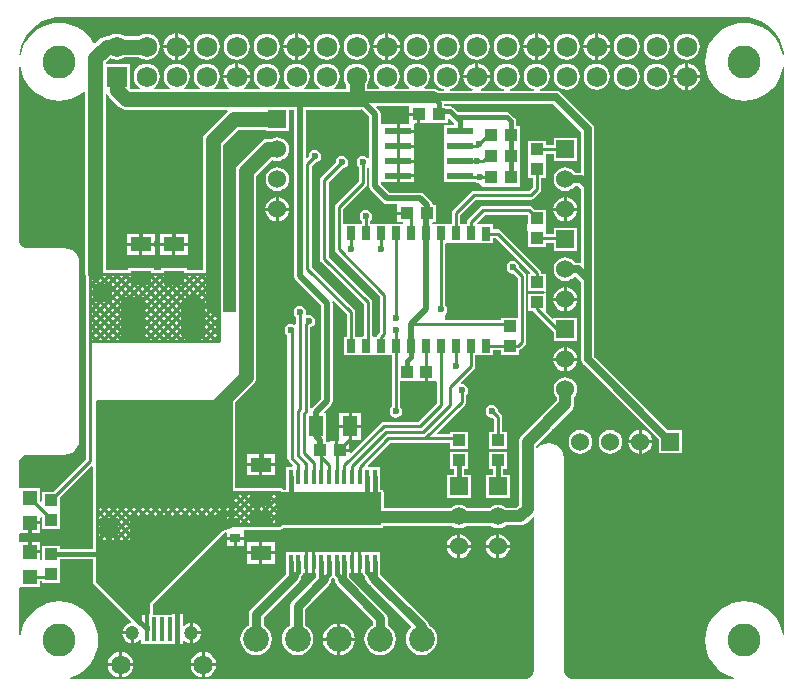
<source format=gbr>
G04 Layer_Physical_Order=1*
G04 Layer_Color=255*
%FSLAX44Y44*%
%MOMM*%
%TF.FileFunction,Copper,L1,Top,Signal*%
%TF.Part,Single*%
G01*
G75*
%TA.AperFunction,SMDPad,CuDef*%
%ADD10R,11.4300X8.8900*%
%ADD11R,2.0320X3.8100*%
G04:AMPARAMS|DCode=12|XSize=2.032mm|YSize=3.81mm|CornerRadius=0mm|HoleSize=0mm|Usage=FLASHONLY|Rotation=0.000|XOffset=0mm|YOffset=0mm|HoleType=Round|Shape=Octagon|*
%AMOCTAGOND12*
4,1,8,-0.5080,1.9050,0.5080,1.9050,1.0160,1.3970,1.0160,-1.3970,0.5080,-1.9050,-0.5080,-1.9050,-1.0160,-1.3970,-1.0160,1.3970,-0.5080,1.9050,0.0*
%
%ADD12OCTAGOND12*%

%ADD13R,1.8000X1.3000*%
%ADD14R,0.7620X1.1430*%
%ADD15R,1.3000X1.8000*%
%ADD16R,0.9000X0.8000*%
%ADD17R,1.0000X1.0000*%
%ADD18R,0.4001X2.0000*%
%ADD19R,1.1001X1.0000*%
%ADD20R,1.1001X1.0000*%
%ADD21R,1.1999X1.1999*%
%ADD22R,1.0000X1.1001*%
%ADD23R,2.1999X0.5999*%
%ADD24R,0.4001X1.2499*%
%TA.AperFunction,Conductor*%
%ADD25C,1.2700*%
%ADD26C,0.3810*%
%ADD27C,0.2540*%
%ADD28C,0.5080*%
%ADD29C,0.7620*%
%ADD30C,0.6350*%
%ADD31C,1.0160*%
%TA.AperFunction,NonConductor*%
%ADD32C,0.2540*%
%TA.AperFunction,ComponentPad*%
%ADD33R,1.6000X1.6000*%
%ADD34C,1.2002*%
%ADD35C,1.6501*%
%ADD36R,1.5240X1.5240*%
%ADD37C,1.5240*%
%ADD38R,1.5240X1.5240*%
%ADD39C,2.1844*%
%ADD40R,1.7501X1.7501*%
%ADD41C,1.7501*%
%ADD42C,2.8001*%
%TA.AperFunction,ViaPad*%
%ADD43C,0.6000*%
G36*
X532314Y585238D02*
Y566293D01*
X529844D01*
Y550291D01*
X541274D01*
X542036Y550291D01*
X543306Y550291D01*
X553974D01*
X554736Y550291D01*
X556006Y550291D01*
X567436D01*
Y550291D01*
X567944D01*
Y550291D01*
X570414D01*
Y506855D01*
X570229Y506731D01*
X569061Y504982D01*
X568651Y502920D01*
X569061Y500858D01*
X570229Y499109D01*
X571978Y497941D01*
X574040Y497531D01*
X576102Y497941D01*
X577851Y499109D01*
X579019Y500858D01*
X579430Y502920D01*
X579019Y504982D01*
X577851Y506731D01*
X577666Y506855D01*
Y528654D01*
X591010D01*
X591106Y528654D01*
X592280Y528422D01*
Y528400D01*
X598550D01*
Y535940D01*
X601090D01*
Y528400D01*
X607244D01*
X607360Y528400D01*
X608514Y528121D01*
Y509502D01*
X593006Y493993D01*
X563731D01*
X563731Y493993D01*
X562343Y493717D01*
X561167Y492931D01*
X561167Y492931D01*
X535872Y467637D01*
X534699Y468123D01*
Y468630D01*
X526659D01*
Y471170D01*
X534699D01*
Y477410D01*
X534699Y477440D01*
X534772Y478680D01*
X544240D01*
Y488950D01*
X535200D01*
X526160D01*
Y478710D01*
X526160Y478680D01*
X526088Y477440D01*
X518619D01*
Y477425D01*
X517448Y477186D01*
Y477186D01*
X514731D01*
X514594Y478456D01*
X514986Y478934D01*
X514986D01*
Y501506D01*
X514024D01*
X513538Y502679D01*
X519099Y508240D01*
X520166Y509837D01*
X520541Y511720D01*
Y594360D01*
X520328Y595428D01*
X521498Y596054D01*
X532314Y585238D01*
D02*
G37*
G36*
X561340Y406400D02*
X473710D01*
Y412750D01*
Y420370D01*
Y434340D01*
X561340D01*
Y406400D01*
D02*
G37*
G36*
X691010Y413344D02*
Y285838D01*
X690972Y285676D01*
X691028Y285186D01*
X691033Y285159D01*
X690723Y282810D01*
X689806Y280596D01*
X688347Y278694D01*
X686446Y277235D01*
X684232Y276318D01*
X683742Y276254D01*
X682491Y276300D01*
X682350Y276242D01*
X681149Y276032D01*
X298137D01*
X297986Y277302D01*
X299206Y277595D01*
X303993Y279578D01*
X308412Y282285D01*
X312352Y285651D01*
X315717Y289591D01*
X318425Y294009D01*
X320408Y298797D01*
X321617Y303835D01*
X322024Y309001D01*
X321617Y314167D01*
X320408Y319206D01*
X318425Y323993D01*
X315717Y328411D01*
X312352Y332352D01*
X308412Y335717D01*
X303993Y338425D01*
X299206Y340408D01*
X294167Y341617D01*
X289001Y342024D01*
X283835Y341617D01*
X278797Y340408D01*
X274009Y338425D01*
X269591Y335717D01*
X265651Y332352D01*
X262285Y328411D01*
X259578Y323993D01*
X257595Y319206D01*
X256385Y314167D01*
X256339Y313588D01*
X255069Y313638D01*
Y353658D01*
X255875Y354594D01*
X256339Y354594D01*
X272446D01*
Y359254D01*
X274154D01*
Y357595D01*
X289726D01*
Y371256D01*
X289980Y372421D01*
X289980Y373332D01*
Y374650D01*
X289726D01*
Y377606D01*
X317709D01*
X317709Y358140D01*
X317887Y357248D01*
X318392Y356492D01*
X349771Y325113D01*
X349362Y323911D01*
X348689Y323822D01*
X346612Y322961D01*
X344827Y321592D01*
X343459Y319808D01*
X342598Y317731D01*
X342472Y316771D01*
X350919D01*
Y315501D01*
X352189D01*
Y307054D01*
X353148Y307180D01*
X355226Y308041D01*
X357010Y309410D01*
X357364Y309871D01*
X358634Y309440D01*
Y306215D01*
X384380D01*
Y305961D01*
X387650D01*
Y318501D01*
Y331041D01*
X384380D01*
Y330787D01*
X368299D01*
X368091Y331041D01*
Y339394D01*
X400428Y371732D01*
X400433Y371740D01*
X400441Y371745D01*
X428377Y400117D01*
X430075Y400705D01*
X431110Y399969D01*
Y396860D01*
X438150D01*
X445190D01*
Y402130D01*
X446193Y402774D01*
X448520D01*
X448520Y402774D01*
X448521Y402774D01*
X449505D01*
X449505Y402774D01*
X449505Y402774D01*
X455704D01*
X455705Y402774D01*
X455705Y402774D01*
X456689D01*
X456689Y402774D01*
X456690Y402774D01*
X462889D01*
X462889Y402774D01*
X462889Y402774D01*
X463873D01*
X463874Y402774D01*
X463874Y402774D01*
X470073D01*
X470073Y402774D01*
X470073Y402774D01*
X471058D01*
X471058Y402774D01*
X471058Y402774D01*
X476250D01*
X477637Y403050D01*
X478814Y403836D01*
X478969Y404069D01*
X561340D01*
X562232Y404247D01*
X562988Y404752D01*
X563493Y405508D01*
X563617Y406130D01*
X621390D01*
X622384Y405367D01*
X624794Y404369D01*
X627380Y404029D01*
X629966Y404369D01*
X632376Y405367D01*
X633371Y406130D01*
X654409D01*
X655404Y405367D01*
X657814Y404369D01*
X660400Y404029D01*
X662986Y404369D01*
X665396Y405367D01*
X666990Y406590D01*
X679383D01*
X681306Y406844D01*
X683098Y407586D01*
X684637Y408767D01*
X689740Y413870D01*
X691010Y413344D01*
D02*
G37*
G36*
X487840Y617220D02*
X488214Y615337D01*
X489281Y613741D01*
X510700Y592322D01*
Y513758D01*
X502736Y505794D01*
X502671Y505795D01*
X501466Y506187D01*
Y573946D01*
X502443Y574141D01*
X504191Y575309D01*
X505359Y577057D01*
X505770Y579120D01*
X505359Y581183D01*
X504191Y582931D01*
X502443Y584099D01*
X500380Y584510D01*
X498841Y584203D01*
X498823Y584211D01*
X497851Y585183D01*
X497844Y585201D01*
X498149Y586740D01*
X497739Y588802D01*
X496571Y590551D01*
X494823Y591719D01*
X492760Y592130D01*
X490698Y591719D01*
X488949Y590551D01*
X487781Y588802D01*
X487370Y586740D01*
X487781Y584678D01*
X488949Y582929D01*
X489134Y582805D01*
Y576716D01*
X487864Y576037D01*
X487202Y576479D01*
X485140Y576889D01*
X483078Y576479D01*
X481329Y575311D01*
X480161Y573563D01*
X479751Y571500D01*
X480161Y569437D01*
X481329Y567689D01*
X482104Y567171D01*
Y463574D01*
X482104Y463574D01*
X482380Y462187D01*
X483166Y461011D01*
X486894Y457282D01*
X486368Y456012D01*
X480917D01*
Y448942D01*
X480676Y447731D01*
Y436671D01*
X478969D01*
X478814Y436904D01*
X477637Y437690D01*
X476250Y437966D01*
X470870D01*
X470870Y437966D01*
X470870Y437966D01*
X470261D01*
X470261Y437966D01*
X470261Y437966D01*
X463686D01*
X463686Y437966D01*
X463685Y437966D01*
X463077D01*
X463077Y437966D01*
X463077Y437966D01*
X456502D01*
X456501Y437966D01*
X456501Y437966D01*
X455893D01*
X455893Y437966D01*
X455892Y437966D01*
X449317D01*
X449317Y437966D01*
X449317Y437966D01*
X448708D01*
X448708Y437966D01*
X448708Y437966D01*
X442133D01*
X442133Y437966D01*
X442133Y437966D01*
X437715D01*
Y442383D01*
X437715Y442383D01*
X437715Y442383D01*
Y449567D01*
X437715Y449567D01*
X437715Y449568D01*
Y456752D01*
X437715Y456752D01*
X437715Y456752D01*
Y462826D01*
X437715Y462826D01*
X437715Y462827D01*
Y470011D01*
X437715Y470011D01*
X437715Y470011D01*
Y471120D01*
X437715Y471120D01*
X437715Y471120D01*
Y477195D01*
X437715Y477195D01*
X437715Y477195D01*
Y478304D01*
X437715Y478304D01*
X437715Y478304D01*
Y484379D01*
X437715Y484379D01*
X437715Y484379D01*
Y485489D01*
X437715Y485489D01*
X437715Y485489D01*
Y491563D01*
X437715Y491563D01*
X437715Y491563D01*
Y492673D01*
X437715Y492673D01*
X437715Y492673D01*
Y498747D01*
X437715Y498748D01*
X437715Y498748D01*
Y507041D01*
X437715Y507041D01*
X437715Y507041D01*
Y510487D01*
X453199Y525971D01*
X454584Y527775D01*
X455454Y529875D01*
X455751Y532130D01*
Y702512D01*
X469224Y715986D01*
X471124Y715199D01*
X473710Y714858D01*
X476296Y715199D01*
X478706Y716197D01*
X480775Y717785D01*
X482363Y719854D01*
X483361Y722264D01*
X483702Y724850D01*
X483361Y727436D01*
X482363Y729846D01*
X480775Y731915D01*
X478706Y733503D01*
X476296Y734501D01*
X473710Y734841D01*
X471124Y734501D01*
X468853Y733560D01*
X465770D01*
X463516Y733264D01*
X461415Y732393D01*
X459611Y731009D01*
X440881Y712279D01*
X439496Y710475D01*
X438626Y708374D01*
X438330Y706120D01*
Y587936D01*
X438150Y586740D01*
X437060Y586740D01*
X427990Y586740D01*
X427806Y587934D01*
Y589417D01*
X427806Y589417D01*
X427806Y589417D01*
X427806Y591783D01*
X427811Y591820D01*
Y728862D01*
X440488Y741539D01*
X463804D01*
Y740344D01*
X483616D01*
Y758370D01*
X487840D01*
Y617220D01*
D02*
G37*
G36*
X551339Y708586D02*
Y693420D01*
X551714Y691537D01*
X552781Y689941D01*
X562941Y679781D01*
X564537Y678714D01*
X566420Y678339D01*
X574110D01*
X575281Y678100D01*
X575281Y677069D01*
Y671830D01*
X583321D01*
Y669290D01*
X575281D01*
Y663020D01*
X580037D01*
X580102Y662427D01*
X578951Y661543D01*
X568706D01*
X567944Y661543D01*
X566674Y661543D01*
X556006D01*
X555244Y661543D01*
X553974Y661543D01*
X552266D01*
Y664085D01*
X552451Y664209D01*
X553619Y665957D01*
X554030Y668020D01*
X553619Y670082D01*
X552451Y671831D01*
X550703Y672999D01*
X548640Y673410D01*
X546577Y672999D01*
X544829Y671831D01*
X543661Y670082D01*
X543251Y668020D01*
X543661Y665957D01*
X544829Y664209D01*
X545014Y664085D01*
Y662441D01*
X544116Y661543D01*
X542544Y661543D01*
X541274Y661543D01*
X529844D01*
X529406Y662631D01*
Y674138D01*
X548664Y693396D01*
X548664Y693396D01*
X549450Y694573D01*
X549726Y695960D01*
X549726Y695960D01*
Y708943D01*
X550070Y709209D01*
X551339Y708586D01*
D02*
G37*
G36*
Y752342D02*
Y717699D01*
X550070Y717314D01*
X549911Y717551D01*
X548162Y718719D01*
X546100Y719129D01*
X544038Y718719D01*
X542289Y717551D01*
X541121Y715803D01*
X540710Y713740D01*
X541121Y711677D01*
X542289Y709929D01*
X542474Y709805D01*
Y697462D01*
X523216Y678204D01*
X522430Y677028D01*
X522154Y675640D01*
X522154Y675640D01*
Y640080D01*
X522154Y640080D01*
X522430Y638693D01*
X523216Y637516D01*
X560714Y600018D01*
Y570181D01*
X558776Y568243D01*
X557990Y567067D01*
X557836Y566293D01*
X555244Y566293D01*
X553996Y566345D01*
Y595170D01*
X553996Y595170D01*
X553720Y596558D01*
X552934Y597734D01*
X552934Y597734D01*
X517166Y633502D01*
Y697458D01*
X528101Y708394D01*
X528320Y708351D01*
X530382Y708761D01*
X532131Y709929D01*
X533299Y711677D01*
X533709Y713740D01*
X533299Y715803D01*
X532131Y717551D01*
X530382Y718719D01*
X528320Y719129D01*
X526258Y718719D01*
X524509Y717551D01*
X523341Y715803D01*
X522930Y713740D01*
X522974Y713521D01*
X510976Y701524D01*
X510190Y700348D01*
X509914Y698960D01*
X509914Y698960D01*
Y632000D01*
X509914Y632000D01*
X510190Y630612D01*
X510976Y629436D01*
X546744Y593668D01*
Y567191D01*
X545846Y566293D01*
X542544Y566293D01*
X541274Y566293D01*
X539566D01*
Y586740D01*
X539566Y586740D01*
X539290Y588128D01*
X538504Y589304D01*
X538504Y589304D01*
X502736Y625072D01*
Y710968D01*
X505241Y713474D01*
X505460Y713430D01*
X507523Y713841D01*
X509271Y715009D01*
X510439Y716758D01*
X510849Y718820D01*
X510439Y720882D01*
X509271Y722631D01*
X507523Y723799D01*
X505460Y724210D01*
X503397Y723799D01*
X501649Y722631D01*
X500481Y720882D01*
X500070Y718820D01*
X500114Y718601D01*
X498854Y717341D01*
X497681Y717827D01*
Y758370D01*
X543560D01*
X545108Y758573D01*
X551339Y752342D01*
D02*
G37*
G36*
X428276Y413908D02*
X429147Y413547D01*
Y404221D01*
X398780Y373380D01*
X365760Y340360D01*
Y331041D01*
X364190D01*
Y318501D01*
X361650D01*
Y331041D01*
X358380D01*
Y321459D01*
X357207Y320973D01*
X357028Y321152D01*
X356829Y321411D01*
X356570Y321610D01*
X320040Y358140D01*
X320040Y393945D01*
X349250Y394319D01*
Y413908D01*
X428276D01*
D02*
G37*
G36*
X330157Y770464D02*
X331541Y768660D01*
X339281Y760921D01*
X341085Y759537D01*
X343186Y758666D01*
X345440Y758370D01*
X431189D01*
X431620Y757100D01*
X430721Y756409D01*
X412941Y738629D01*
X411557Y736825D01*
X410686Y734724D01*
X410390Y732470D01*
Y622814D01*
X408153D01*
X408153Y622814D01*
X408153Y622814D01*
X403663D01*
X403662Y622814D01*
X403662Y622814D01*
X400969D01*
X400969Y622814D01*
X400969Y622814D01*
X397366D01*
Y624206D01*
X374794D01*
Y622814D01*
X372232D01*
X372232Y622814D01*
X372232Y622814D01*
X369426Y622814D01*
Y624206D01*
X346854D01*
Y623781D01*
X346189Y622814D01*
X346189Y622814D01*
X343495D01*
X343495Y622814D01*
X343495Y622814D01*
X339005D01*
X339005Y622814D01*
X339004Y622814D01*
X336311D01*
X336311Y622814D01*
X336311Y622814D01*
X329681D01*
X328411Y623788D01*
Y771360D01*
X329681Y771612D01*
X330157Y770464D01*
D02*
G37*
G36*
X256385Y793834D02*
X257595Y788796D01*
X259578Y784008D01*
X262285Y779590D01*
X265651Y775649D01*
X269591Y772284D01*
X274009Y769577D01*
X278797Y767594D01*
X283835Y766384D01*
X289001Y765977D01*
X294167Y766384D01*
X299206Y767594D01*
X303993Y769577D01*
X308412Y772284D01*
X309837Y773502D01*
X310990Y772970D01*
Y620099D01*
X311287Y617845D01*
X311334Y617731D01*
Y616697D01*
X311334Y616697D01*
X311334Y616697D01*
Y611803D01*
X311334Y611802D01*
X311334Y611802D01*
Y609513D01*
X311334Y609512D01*
X311334Y609512D01*
Y604618D01*
X311334Y604618D01*
X311334Y604618D01*
Y602328D01*
X311334Y602328D01*
X311334Y602328D01*
Y597434D01*
X311334Y597434D01*
X311334Y597434D01*
Y595144D01*
X311334Y595144D01*
X311334Y595144D01*
X311334Y590250D01*
X311334Y590250D01*
X311334Y590250D01*
Y587960D01*
X311334Y587960D01*
X311334Y587960D01*
Y583066D01*
X311334Y583066D01*
X311334Y583066D01*
Y580776D01*
X311334Y580776D01*
X311334Y580775D01*
Y575882D01*
X311334Y575881D01*
X311334Y575881D01*
Y573591D01*
X311334Y573591D01*
X311334Y573591D01*
Y568697D01*
X311334Y568697D01*
X311334Y568697D01*
Y566407D01*
X311334Y566407D01*
X311334Y566407D01*
Y562610D01*
Y462121D01*
X284098Y434885D01*
X274154D01*
Y427227D01*
X272884Y426593D01*
X272446Y426922D01*
Y437886D01*
X255875D01*
X255069Y438822D01*
Y458311D01*
X255109Y458565D01*
X255338Y459740D01*
X255338D01*
X255302Y460968D01*
X256021Y462704D01*
X257165Y464195D01*
X258656Y465339D01*
X260392Y466058D01*
X261490Y466203D01*
X262715Y466243D01*
X263968Y466291D01*
X264098Y466291D01*
X293370D01*
Y466240D01*
X296618Y466668D01*
X299645Y467922D01*
X302244Y469916D01*
X304238Y472515D01*
X305492Y475542D01*
X305920Y478790D01*
X305869D01*
Y628650D01*
X305920D01*
X305492Y631898D01*
X304238Y634925D01*
X302244Y637524D01*
X299645Y639518D01*
X296618Y640772D01*
X293370Y641200D01*
Y641149D01*
X264098D01*
X263968Y641149D01*
X262716Y641197D01*
X261490Y641237D01*
X260392Y641382D01*
X258656Y642101D01*
X257165Y643245D01*
X256021Y644736D01*
X255302Y646472D01*
X255166Y647504D01*
X255338Y647700D01*
X255268Y647869D01*
X255069Y649129D01*
Y794364D01*
X256339Y794414D01*
X256385Y793834D01*
D02*
G37*
G36*
X317273Y456008D02*
Y454995D01*
X317273Y454995D01*
X317273Y454995D01*
X317273Y450215D01*
X317273Y450215D01*
X317273Y450214D01*
Y447811D01*
X317273Y447811D01*
X317273Y447811D01*
Y443031D01*
X317273Y443030D01*
X317273Y443030D01*
Y440627D01*
X317273Y440627D01*
X317273Y440627D01*
Y435846D01*
X317273Y435846D01*
X317273Y435846D01*
Y433443D01*
X317273Y433443D01*
X317273Y433443D01*
Y428662D01*
X317273Y428662D01*
X317273Y428662D01*
X317273Y426259D01*
X317273Y426259D01*
X317273Y426258D01*
Y421478D01*
X317273Y421478D01*
X317273Y421478D01*
Y419075D01*
X317273Y419074D01*
X317273Y419074D01*
Y414294D01*
X317273Y414294D01*
X317273Y414293D01*
Y411890D01*
X317273Y411890D01*
X317273Y411890D01*
Y407109D01*
X317273Y407109D01*
X317273Y407109D01*
Y404706D01*
X317273Y404706D01*
X317273Y404706D01*
X317273Y399925D01*
X317273Y399925D01*
X317273Y399925D01*
Y397522D01*
X317273Y397522D01*
X317273Y397522D01*
Y392741D01*
X317273Y392741D01*
X317273Y392741D01*
Y391871D01*
X317281Y391829D01*
X317274Y391786D01*
X317419Y391136D01*
X317549Y390484D01*
X317573Y390448D01*
X317583Y390405D01*
X317709Y390225D01*
Y386152D01*
X289726D01*
Y389165D01*
X274154D01*
Y377190D01*
X272700D01*
Y382610D01*
X264160D01*
Y383880D01*
X262890D01*
Y392420D01*
X255620D01*
X255069Y393462D01*
Y399018D01*
X255620Y400060D01*
X262890D01*
Y408600D01*
X264160D01*
Y409870D01*
X272700D01*
Y412946D01*
X273969Y413625D01*
X274154Y413502D01*
Y403315D01*
X289726D01*
Y417887D01*
X289560D01*
Y420313D01*
X289726D01*
Y430258D01*
X316003Y456535D01*
X317273Y456008D01*
D02*
G37*
G36*
X868861Y836920D02*
X869000Y836862D01*
X870227Y836968D01*
X872553Y836785D01*
X878065Y835461D01*
X883303Y833292D01*
X888138Y830329D01*
X892449Y826647D01*
X896131Y822336D01*
X899093Y817502D01*
X901263Y812264D01*
X902586Y806751D01*
X902725Y804990D01*
X901466Y804790D01*
X900407Y809205D01*
X898424Y813992D01*
X895716Y818410D01*
X892351Y822351D01*
X888410Y825716D01*
X883992Y828424D01*
X879205Y830407D01*
X874166Y831616D01*
X869000Y832023D01*
X863834Y831616D01*
X858795Y830407D01*
X854008Y828424D01*
X849590Y825716D01*
X845649Y822351D01*
X842284Y818410D01*
X839576Y813992D01*
X837594Y809205D01*
X836384Y804166D01*
X835977Y799000D01*
X836384Y793834D01*
X837594Y788796D01*
X839576Y784008D01*
X842284Y779590D01*
X845649Y775649D01*
X849590Y772284D01*
X854008Y769577D01*
X858795Y767594D01*
X863834Y766384D01*
X869000Y765977D01*
X874166Y766384D01*
X879205Y767594D01*
X883992Y769577D01*
X888410Y772284D01*
X892351Y775649D01*
X895716Y779590D01*
X898424Y784008D01*
X900407Y788796D01*
X901616Y793834D01*
X901662Y794413D01*
X902932Y794363D01*
Y313638D01*
X901662Y313588D01*
X901616Y314167D01*
X900407Y319206D01*
X898424Y323993D01*
X895716Y328411D01*
X892351Y332352D01*
X888410Y335717D01*
X883992Y338425D01*
X879205Y340408D01*
X874166Y341617D01*
X869000Y342024D01*
X863834Y341617D01*
X858795Y340408D01*
X854008Y338425D01*
X849590Y335717D01*
X845649Y332352D01*
X842284Y328411D01*
X839576Y323993D01*
X837594Y319206D01*
X836384Y314167D01*
X835977Y309001D01*
X836384Y303835D01*
X837594Y298797D01*
X839576Y294009D01*
X842284Y289591D01*
X845649Y285651D01*
X849590Y282285D01*
X854008Y279578D01*
X858795Y277595D01*
X860309Y277231D01*
X860159Y275961D01*
X725940D01*
X724739Y276171D01*
X724598Y276230D01*
X723347Y276183D01*
X722857Y276248D01*
X720643Y277165D01*
X718742Y278624D01*
X717283Y280525D01*
X716366Y282739D01*
X716151Y284373D01*
X716118Y285605D01*
X716079Y286865D01*
X716079Y286956D01*
Y462761D01*
X716348Y463409D01*
X716348Y463409D01*
X716163Y463764D01*
X716163D01*
X715771Y466746D01*
X714510Y469790D01*
X712504Y472404D01*
X709890Y474409D01*
X706846Y475670D01*
X703580Y476100D01*
X700313Y475670D01*
X697270Y474409D01*
X694656Y472404D01*
X694204Y471814D01*
X693001Y472223D01*
Y473993D01*
X722803Y503795D01*
X723984Y505334D01*
X724726Y507126D01*
X724980Y509049D01*
Y515060D01*
X726203Y516654D01*
X727201Y519064D01*
X727542Y521650D01*
X727201Y524236D01*
X726203Y526646D01*
X724615Y528715D01*
X722546Y530303D01*
X720136Y531301D01*
X717550Y531641D01*
X714964Y531301D01*
X712554Y530303D01*
X710485Y528715D01*
X708897Y526646D01*
X707899Y524236D01*
X707559Y521650D01*
X707899Y519064D01*
X708897Y516654D01*
X710120Y515060D01*
Y512126D01*
X680318Y482324D01*
X679137Y480785D01*
X678395Y478993D01*
X678142Y477070D01*
Y423286D01*
X676306Y421450D01*
X666990D01*
X665396Y422673D01*
X662986Y423671D01*
X660400Y424011D01*
X657814Y423671D01*
X655404Y422673D01*
X653335Y421085D01*
X653262Y420990D01*
X634518D01*
X634445Y421085D01*
X632376Y422673D01*
X629966Y423671D01*
X627380Y424011D01*
X624794Y423671D01*
X622384Y422673D01*
X620315Y421085D01*
X620242Y420990D01*
X563671D01*
Y434340D01*
X563493Y435232D01*
X562988Y435988D01*
X562232Y436493D01*
X561340Y436671D01*
X560724D01*
Y447731D01*
X560483Y448942D01*
Y456012D01*
X550531D01*
X550045Y457186D01*
X569293Y476434D01*
X599004D01*
X599004Y476434D01*
X599004Y476434D01*
X619594D01*
Y471113D01*
X635166D01*
Y485685D01*
X619594D01*
Y483686D01*
X609417D01*
X608931Y484859D01*
X632484Y508412D01*
X632484Y508412D01*
X633270Y509588D01*
X633546Y510976D01*
Y516765D01*
X633731Y516889D01*
X634899Y518638D01*
X635309Y520700D01*
X634899Y522762D01*
X633731Y524511D01*
X631982Y525679D01*
X629920Y526090D01*
X629437Y525993D01*
X628811Y527164D01*
X640104Y538456D01*
X640104Y538456D01*
X640890Y539632D01*
X641166Y541020D01*
Y550291D01*
X643636D01*
Y550291D01*
X644144D01*
Y550291D01*
X656336D01*
Y554666D01*
X662774D01*
Y550635D01*
X678346D01*
Y554503D01*
X678689Y554571D01*
X679865Y555357D01*
X683284Y558776D01*
X683284Y558776D01*
X684070Y559953D01*
X684346Y561340D01*
X684346Y561340D01*
Y617220D01*
X684346Y617220D01*
X684070Y618607D01*
X683284Y619784D01*
X683284Y619784D01*
X678446Y624621D01*
X678490Y624840D01*
X678079Y626903D01*
X676911Y628651D01*
X675163Y629819D01*
X673100Y630229D01*
X671038Y629819D01*
X669289Y628651D01*
X668121Y626903D01*
X667710Y624840D01*
X668121Y622777D01*
X669289Y621029D01*
X671038Y619861D01*
X673100Y619450D01*
X673319Y619494D01*
X677094Y615718D01*
Y582205D01*
X662774D01*
Y580206D01*
X617144D01*
X615950Y580390D01*
X615950Y581476D01*
Y584076D01*
X616134Y585286D01*
X616561Y586382D01*
X617119Y587217D01*
X617529Y589280D01*
X617119Y591343D01*
X615951Y593091D01*
X615766Y593215D01*
Y644643D01*
X616664Y645541D01*
X618236Y645541D01*
X619506Y645541D01*
X630174D01*
X630936Y645541D01*
X632206Y645541D01*
X642979D01*
X644144Y645287D01*
X644801Y645287D01*
X656336D01*
Y649662D01*
X658898D01*
X687961Y620599D01*
X687475Y619426D01*
X685634D01*
Y604854D01*
X699208D01*
X700049Y604249D01*
X699950Y603435D01*
X699753Y602852D01*
X699152Y602428D01*
X685634D01*
Y587856D01*
X690095D01*
X690856Y586716D01*
X707644Y569929D01*
Y562544D01*
X727456D01*
Y582356D01*
X707644D01*
Y581843D01*
X706471Y581357D01*
X700845Y586983D01*
X701206Y587856D01*
X701206D01*
Y601713D01*
X701393Y602615D01*
X701460Y602682D01*
X701460Y602940D01*
Y604550D01*
X701460Y604550D01*
Y604551D01*
X701460D01*
X701460Y604551D01*
Y606725D01*
X701460Y606725D01*
X701206Y606769D01*
Y619426D01*
X697894D01*
X697046Y620268D01*
X696770Y621656D01*
X695984Y622832D01*
X695984Y622832D01*
X662964Y655852D01*
X661787Y656638D01*
X660400Y656914D01*
X660400Y656914D01*
X656336D01*
Y661289D01*
X644801D01*
X643636Y661543D01*
X642930Y661543D01*
X642444Y662716D01*
X649202Y669474D01*
X685177D01*
X685634Y669018D01*
Y661543D01*
X685380D01*
Y656035D01*
X685380D01*
X685634Y655930D01*
X685634Y655526D01*
Y642075D01*
X701206D01*
Y645735D01*
X707644D01*
Y638744D01*
X727456D01*
Y658556D01*
X707644D01*
Y652987D01*
X701206D01*
Y655736D01*
X701460Y656901D01*
X701460D01*
X701460Y656901D01*
Y660820D01*
X701206Y661074D01*
Y673645D01*
X691262D01*
X689243Y675664D01*
X688066Y676450D01*
X686679Y676726D01*
X686679Y676726D01*
X647700D01*
X646312Y676450D01*
X645136Y675664D01*
X645136Y675664D01*
X634976Y665504D01*
X634190Y664327D01*
X633914Y662940D01*
X633914Y662940D01*
Y662441D01*
X633016Y661543D01*
X631444Y661543D01*
X630174Y661543D01*
X628466D01*
Y669058D01*
X641582Y682174D01*
X688340D01*
X688340Y682174D01*
X689727Y682450D01*
X690904Y683236D01*
X695984Y688316D01*
X695984Y688316D01*
X696770Y689492D01*
X697046Y690880D01*
X697046Y690880D01*
Y700495D01*
X701206D01*
Y715067D01*
X701040D01*
Y716292D01*
X701125Y716903D01*
X701460Y717239D01*
X701206Y717493D01*
X701206Y717493D01*
Y721153D01*
X707644D01*
Y714944D01*
X727456D01*
Y734756D01*
X707644D01*
Y728404D01*
X701206D01*
Y732065D01*
X685634D01*
Y717493D01*
X685800D01*
Y715067D01*
X685634D01*
Y700495D01*
X689794D01*
Y692382D01*
X686838Y689426D01*
X640080D01*
X640080Y689426D01*
X638693Y689150D01*
X637516Y688364D01*
X637516Y688364D01*
X622276Y673124D01*
X621490Y671947D01*
X621214Y670560D01*
X621214Y670560D01*
Y662441D01*
X620316Y661543D01*
X618744Y661543D01*
X617474Y661543D01*
X606806D01*
X606044Y661543D01*
X605259D01*
X604798Y662004D01*
X605324Y663274D01*
X608105D01*
Y677846D01*
X605131D01*
X604865Y679184D01*
X603798Y680780D01*
X597839Y686739D01*
X596243Y687806D01*
X594360Y688180D01*
X568458D01*
X561180Y695458D01*
Y696747D01*
X562441Y696770D01*
X562451Y696770D01*
X574711D01*
Y702310D01*
X575981D01*
Y703580D01*
X589520D01*
Y707850D01*
Y720550D01*
Y733250D01*
Y745570D01*
X589520Y745950D01*
X590421Y746840D01*
X592211D01*
Y753110D01*
X585441D01*
Y747220D01*
X585441Y746840D01*
X584539Y745950D01*
X562451D01*
X562443Y745950D01*
X562441Y745950D01*
X561180Y745989D01*
Y754380D01*
X560806Y756263D01*
X559739Y757859D01*
X557542Y760057D01*
X558028Y761230D01*
X585441D01*
Y755650D01*
X593481D01*
Y754380D01*
X594751D01*
Y746840D01*
X601521D01*
Y746855D01*
X602692Y747094D01*
Y747094D01*
X618265D01*
Y750712D01*
X619439Y751198D01*
X621818Y748819D01*
X621818Y748818D01*
X623671Y746966D01*
X623621Y745696D01*
X615658D01*
X614694Y745696D01*
X614694Y745696D01*
X614440Y745570D01*
X614440Y744531D01*
Y696770D01*
X642036D01*
X643098Y696061D01*
X644025Y695876D01*
X646901Y693000D01*
X678979D01*
Y744640D01*
X675712Y744687D01*
Y748421D01*
X675387Y750056D01*
X674460Y751443D01*
X671042Y754862D01*
X669655Y755788D01*
X668020Y756113D01*
X626610D01*
X622782Y759942D01*
X621395Y760868D01*
X619760Y761193D01*
X618265D01*
Y761666D01*
X614752D01*
Y763092D01*
X707314D01*
X731032Y739374D01*
Y705397D01*
X730570Y705018D01*
X725764D01*
X724615Y706515D01*
X722546Y708103D01*
X720136Y709101D01*
X717550Y709441D01*
X714964Y709101D01*
X712554Y708103D01*
X710485Y706515D01*
X708897Y704446D01*
X707899Y702036D01*
X707559Y699450D01*
X707899Y696864D01*
X708897Y694454D01*
X710485Y692385D01*
X712554Y690797D01*
X714964Y689799D01*
X717550Y689458D01*
X720136Y689799D01*
X722546Y690797D01*
X724615Y692385D01*
X725764Y693882D01*
X728264D01*
X731032Y691114D01*
Y629223D01*
X729762Y628473D01*
X728030Y628818D01*
X725764D01*
X724615Y630315D01*
X722546Y631903D01*
X720136Y632901D01*
X717550Y633241D01*
X714964Y632901D01*
X712554Y631903D01*
X710485Y630315D01*
X708897Y628246D01*
X707899Y625836D01*
X707559Y623250D01*
X707899Y620664D01*
X708897Y618254D01*
X710485Y616185D01*
X712554Y614597D01*
X714964Y613599D01*
X717550Y613259D01*
X720136Y613599D01*
X722546Y614597D01*
X724615Y616185D01*
X725160Y616895D01*
X726427Y616978D01*
X731032Y612374D01*
Y547050D01*
X731456Y544919D01*
X732663Y543113D01*
X796544Y479232D01*
Y467294D01*
X816356D01*
Y487106D01*
X804418D01*
X742168Y549356D01*
Y614680D01*
Y693420D01*
Y741680D01*
X741744Y743811D01*
X740537Y745617D01*
X713557Y772597D01*
X711751Y773804D01*
X709620Y774228D01*
X695884D01*
X695801Y775498D01*
X696182Y775548D01*
X698866Y776660D01*
X701172Y778429D01*
X702941Y780734D01*
X704053Y783419D01*
X704432Y786300D01*
X704053Y789181D01*
X702941Y791866D01*
X701172Y794171D01*
X698866Y795940D01*
X696182Y797052D01*
X693301Y797432D01*
X690420Y797052D01*
X687735Y795940D01*
X685429Y794171D01*
X683660Y791866D01*
X682548Y789181D01*
X682169Y786300D01*
X682548Y783419D01*
X683660Y780734D01*
X685429Y778429D01*
X687735Y776660D01*
X690420Y775548D01*
X690800Y775498D01*
X690717Y774228D01*
X670484D01*
X670401Y775498D01*
X670782Y775548D01*
X673466Y776660D01*
X675772Y778429D01*
X677541Y780734D01*
X678653Y783419D01*
X679032Y786300D01*
X678653Y789181D01*
X677541Y791866D01*
X675772Y794171D01*
X673466Y795940D01*
X670782Y797052D01*
X667901Y797432D01*
X665020Y797052D01*
X662335Y795940D01*
X660029Y794171D01*
X658260Y791866D01*
X657148Y789181D01*
X656769Y786300D01*
X657148Y783419D01*
X658260Y780734D01*
X660029Y778429D01*
X662335Y776660D01*
X665020Y775548D01*
X665400Y775498D01*
X665317Y774228D01*
X646177D01*
X645925Y775498D01*
X648195Y776438D01*
X650553Y778248D01*
X652363Y780606D01*
X653500Y783353D01*
X653721Y785030D01*
X631280D01*
X631501Y783353D01*
X632639Y780606D01*
X634448Y778248D01*
X636807Y776438D01*
X639077Y775498D01*
X638824Y774228D01*
X619684D01*
X619601Y775498D01*
X619982Y775548D01*
X622666Y776660D01*
X624972Y778429D01*
X626741Y780734D01*
X627853Y783419D01*
X628232Y786300D01*
X627853Y789181D01*
X626741Y791866D01*
X624972Y794171D01*
X622666Y795940D01*
X619982Y797052D01*
X617101Y797432D01*
X614220Y797052D01*
X611535Y795940D01*
X609229Y794171D01*
X607460Y791866D01*
X606348Y789181D01*
X605969Y786300D01*
X606348Y783419D01*
X607460Y780734D01*
X609229Y778429D01*
X611535Y776660D01*
X614220Y775548D01*
X614600Y775498D01*
X614517Y774228D01*
X610324D01*
X609195Y775094D01*
X607403Y775836D01*
X605480Y776089D01*
X598609D01*
X598178Y777359D01*
X599572Y778429D01*
X601341Y780734D01*
X602453Y783419D01*
X602832Y786300D01*
X602453Y789181D01*
X601341Y791866D01*
X599572Y794171D01*
X597266Y795940D01*
X594582Y797052D01*
X591701Y797432D01*
X588820Y797052D01*
X586135Y795940D01*
X583829Y794171D01*
X582060Y791866D01*
X580948Y789181D01*
X580569Y786300D01*
X580948Y783419D01*
X582060Y780734D01*
X583829Y778429D01*
X585223Y777359D01*
X584792Y776089D01*
X573209D01*
X572778Y777359D01*
X574172Y778429D01*
X575941Y780734D01*
X577053Y783419D01*
X577432Y786300D01*
X577053Y789181D01*
X575941Y791866D01*
X574172Y794171D01*
X571866Y795940D01*
X569182Y797052D01*
X566301Y797432D01*
X563420Y797052D01*
X560735Y795940D01*
X558429Y794171D01*
X556660Y791866D01*
X555548Y789181D01*
X555169Y786300D01*
X555548Y783419D01*
X556660Y780734D01*
X558429Y778429D01*
X559823Y777359D01*
X559392Y776089D01*
X549611D01*
Y779523D01*
X550541Y780734D01*
X551653Y783419D01*
X552032Y786300D01*
X551653Y789181D01*
X550541Y791866D01*
X548772Y794171D01*
X546466Y795940D01*
X543782Y797052D01*
X540901Y797432D01*
X538020Y797052D01*
X535335Y795940D01*
X533029Y794171D01*
X531260Y791866D01*
X530148Y789181D01*
X529769Y786300D01*
X530148Y783419D01*
X531260Y780734D01*
X532190Y779523D01*
Y775790D01*
X522020D01*
X521588Y777060D01*
X523372Y778429D01*
X525141Y780734D01*
X526253Y783419D01*
X526632Y786300D01*
X526253Y789181D01*
X525141Y791866D01*
X523372Y794171D01*
X521066Y795940D01*
X518382Y797052D01*
X515501Y797432D01*
X512620Y797052D01*
X509935Y795940D01*
X507629Y794171D01*
X505860Y791866D01*
X504748Y789181D01*
X504369Y786300D01*
X504748Y783419D01*
X505860Y780734D01*
X507629Y778429D01*
X509413Y777060D01*
X508982Y775790D01*
X496619D01*
X496188Y777060D01*
X497972Y778429D01*
X499741Y780734D01*
X500853Y783419D01*
X501232Y786300D01*
X500853Y789181D01*
X499741Y791866D01*
X497972Y794171D01*
X495666Y795940D01*
X492982Y797052D01*
X490101Y797432D01*
X487220Y797052D01*
X484535Y795940D01*
X482229Y794171D01*
X480460Y791866D01*
X479348Y789181D01*
X478969Y786300D01*
X479348Y783419D01*
X480460Y780734D01*
X482229Y778429D01*
X484013Y777060D01*
X483582Y775790D01*
X471219D01*
X470788Y777060D01*
X472572Y778429D01*
X474341Y780734D01*
X475453Y783419D01*
X475832Y786300D01*
X475453Y789181D01*
X474341Y791866D01*
X472572Y794171D01*
X470266Y795940D01*
X467582Y797052D01*
X464701Y797432D01*
X461820Y797052D01*
X459135Y795940D01*
X456829Y794171D01*
X455060Y791866D01*
X453948Y789181D01*
X453569Y786300D01*
X453948Y783419D01*
X455060Y780734D01*
X456829Y778429D01*
X458613Y777060D01*
X458182Y775790D01*
X446237D01*
X445806Y777060D01*
X447353Y778248D01*
X449163Y780606D01*
X450300Y783353D01*
X450521Y785030D01*
X428080D01*
X428301Y783353D01*
X429439Y780606D01*
X431248Y778248D01*
X432796Y777060D01*
X432365Y775790D01*
X420420D01*
X419988Y777060D01*
X421772Y778429D01*
X423541Y780734D01*
X424653Y783419D01*
X425032Y786300D01*
X424653Y789181D01*
X423541Y791866D01*
X421772Y794171D01*
X419466Y795940D01*
X416782Y797052D01*
X413901Y797432D01*
X411020Y797052D01*
X408335Y795940D01*
X406029Y794171D01*
X404260Y791866D01*
X403148Y789181D01*
X402769Y786300D01*
X403148Y783419D01*
X404260Y780734D01*
X406029Y778429D01*
X407813Y777060D01*
X407382Y775790D01*
X395019D01*
X394588Y777060D01*
X396372Y778429D01*
X398141Y780734D01*
X399253Y783419D01*
X399632Y786300D01*
X399253Y789181D01*
X398141Y791866D01*
X396372Y794171D01*
X394066Y795940D01*
X391382Y797052D01*
X388501Y797432D01*
X385620Y797052D01*
X382935Y795940D01*
X380629Y794171D01*
X378860Y791866D01*
X377748Y789181D01*
X377369Y786300D01*
X377748Y783419D01*
X378860Y780734D01*
X380629Y778429D01*
X382413Y777060D01*
X381982Y775790D01*
X369619D01*
X369188Y777060D01*
X370972Y778429D01*
X372741Y780734D01*
X373853Y783419D01*
X374232Y786300D01*
X373853Y789181D01*
X372741Y791866D01*
X370972Y794171D01*
X368666Y795940D01*
X365982Y797052D01*
X363101Y797432D01*
X360220Y797052D01*
X357535Y795940D01*
X355229Y794171D01*
X353460Y791866D01*
X352348Y789181D01*
X351969Y786300D01*
X352348Y783419D01*
X353460Y780734D01*
X355229Y778429D01*
X357013Y777060D01*
X356582Y775790D01*
X349048D01*
X348737Y776102D01*
Y797337D01*
X328411D01*
Y798693D01*
X331933Y802215D01*
X332135Y802060D01*
X334820Y800948D01*
X337701Y800569D01*
X340582Y800948D01*
X343266Y802060D01*
X344478Y802990D01*
X356323D01*
X357535Y802060D01*
X360220Y800948D01*
X363101Y800569D01*
X365982Y800948D01*
X368666Y802060D01*
X370972Y803829D01*
X372741Y806134D01*
X373853Y808819D01*
X374232Y811700D01*
X373853Y814581D01*
X372741Y817266D01*
X370972Y819571D01*
X368666Y821340D01*
X365982Y822452D01*
X363101Y822832D01*
X360220Y822452D01*
X357535Y821340D01*
X356323Y820411D01*
X344478D01*
X343266Y821340D01*
X340582Y822452D01*
X337701Y822832D01*
X334820Y822452D01*
X332135Y821340D01*
X330923Y820411D01*
X329100D01*
X326846Y820114D01*
X324745Y819244D01*
X322941Y817859D01*
X319539Y814457D01*
X317989Y814704D01*
X315717Y818410D01*
X312352Y822351D01*
X308412Y825716D01*
X303993Y828424D01*
X299206Y830407D01*
X294167Y831616D01*
X289001Y832023D01*
X283835Y831616D01*
X278797Y830407D01*
X274009Y828424D01*
X269591Y825716D01*
X265651Y822351D01*
X262285Y818410D01*
X259578Y813992D01*
X257595Y809205D01*
X256535Y804790D01*
X255277Y804990D01*
X255415Y806751D01*
X256739Y812264D01*
X258908Y817502D01*
X261871Y822336D01*
X265553Y826647D01*
X269864Y830329D01*
X274698Y833292D01*
X279936Y835461D01*
X285448Y836785D01*
X288799Y837048D01*
X289000Y836862D01*
X289001Y836862D01*
X289140Y836920D01*
X289292Y837080D01*
X290243Y837131D01*
X867660D01*
X868861Y836920D01*
D02*
G37*
%LPC*%
G36*
X544240Y501760D02*
X536470D01*
Y491490D01*
X544240D01*
Y501760D01*
D02*
G37*
G36*
X533930D02*
X526160D01*
Y491490D01*
X533930D01*
Y501760D01*
D02*
G37*
G36*
X661670Y398700D02*
Y389890D01*
X670480D01*
X670298Y391272D01*
X669275Y393744D01*
X667646Y395866D01*
X665524Y397495D01*
X663052Y398518D01*
X661670Y398700D01*
D02*
G37*
G36*
X659130D02*
X657748Y398518D01*
X655276Y397495D01*
X653154Y395866D01*
X651525Y393744D01*
X650501Y391272D01*
X650320Y389890D01*
X659130D01*
Y398700D01*
D02*
G37*
G36*
X628650D02*
Y389890D01*
X637461D01*
X637279Y391272D01*
X636255Y393744D01*
X634626Y395866D01*
X632504Y397495D01*
X630032Y398518D01*
X628650Y398700D01*
D02*
G37*
G36*
X496679Y384019D02*
X493409D01*
Y383511D01*
X480917D01*
Y376440D01*
X480676Y375229D01*
Y365006D01*
X451385Y335715D01*
X450038Y333699D01*
X449565Y331320D01*
Y321602D01*
X449119Y321417D01*
X446360Y319300D01*
X444243Y316541D01*
X442912Y313328D01*
X442458Y309880D01*
X442912Y306432D01*
X444243Y303219D01*
X446360Y300460D01*
X449119Y298343D01*
X452332Y297012D01*
X455780Y296558D01*
X459228Y297012D01*
X462441Y298343D01*
X465200Y300460D01*
X467317Y303219D01*
X468648Y306432D01*
X469102Y309880D01*
X468648Y313328D01*
X467317Y316541D01*
X465200Y319300D01*
X462441Y321417D01*
X461996Y321602D01*
Y328746D01*
X492075Y358825D01*
X493422Y360841D01*
X493895Y363220D01*
X493867Y363364D01*
X494471Y363968D01*
X494471Y363968D01*
X495397Y365354D01*
X495613Y366439D01*
X496679D01*
Y375229D01*
Y384019D01*
D02*
G37*
G36*
X547991D02*
X544721D01*
Y375229D01*
Y366439D01*
X545787D01*
X546003Y365354D01*
X546929Y363968D01*
X547533Y363364D01*
X547505Y363220D01*
X547978Y360841D01*
X549325Y358825D01*
X552056Y356095D01*
X552703Y355662D01*
X553135Y355015D01*
X587088Y321062D01*
X587005Y319795D01*
X586360Y319300D01*
X584243Y316541D01*
X582912Y313328D01*
X582458Y309880D01*
X582912Y306432D01*
X584243Y303219D01*
X586360Y300460D01*
X589119Y298343D01*
X592332Y297012D01*
X595780Y296558D01*
X599228Y297012D01*
X602441Y298343D01*
X605200Y300460D01*
X607317Y303219D01*
X608648Y306432D01*
X609102Y309880D01*
X608648Y313328D01*
X607317Y316541D01*
X605200Y319300D01*
X602441Y321417D01*
X601900Y321641D01*
X601522Y323539D01*
X600175Y325555D01*
X561925Y363805D01*
X561278Y364237D01*
X560845Y364884D01*
X560724Y365006D01*
Y375229D01*
X560483Y376440D01*
Y383511D01*
X547991D01*
Y384019D01*
D02*
G37*
G36*
X524510Y308610D02*
X512369D01*
X512664Y306366D01*
X514021Y303091D01*
X516179Y300279D01*
X518991Y298121D01*
X522266Y296765D01*
X524510Y296469D01*
Y308610D01*
D02*
G37*
G36*
X539191D02*
X527050D01*
Y296469D01*
X529294Y296765D01*
X532569Y298121D01*
X535381Y300279D01*
X537539Y303091D01*
X538895Y306366D01*
X539191Y308610D01*
D02*
G37*
G36*
X409369Y314231D02*
X402191D01*
Y307054D01*
X403151Y307180D01*
X405229Y308041D01*
X407012Y309410D01*
X408382Y311194D01*
X409242Y313271D01*
X409369Y314231D01*
D02*
G37*
G36*
X524510Y323291D02*
X522266Y322995D01*
X518991Y321639D01*
X516179Y319481D01*
X514021Y316669D01*
X512664Y313394D01*
X512369Y311150D01*
X524510D01*
Y323291D01*
D02*
G37*
G36*
X349649Y314231D02*
X342472D01*
X342598Y313271D01*
X343459Y311194D01*
X344827Y309410D01*
X346612Y308041D01*
X348689Y307180D01*
X349649Y307054D01*
Y314231D01*
D02*
G37*
G36*
X393460Y331041D02*
X390190D01*
Y318501D01*
Y305961D01*
X393460D01*
Y309109D01*
X394730Y309540D01*
X394830Y309410D01*
X396614Y308041D01*
X398692Y307180D01*
X399651Y307054D01*
Y315501D01*
Y323948D01*
X398692Y323822D01*
X396614Y322961D01*
X394830Y321592D01*
X394730Y321462D01*
X393460Y321893D01*
Y331041D01*
D02*
G37*
G36*
X409651Y287231D02*
X400205D01*
X400408Y285684D01*
X401496Y283059D01*
X403225Y280805D01*
X405479Y279075D01*
X408104Y277988D01*
X409651Y277784D01*
Y287231D01*
D02*
G37*
G36*
X421638D02*
X412191D01*
Y277784D01*
X413738Y277988D01*
X416363Y279075D01*
X418617Y280805D01*
X420347Y283059D01*
X421434Y285684D01*
X421638Y287231D01*
D02*
G37*
G36*
X339649D02*
X330202D01*
X330406Y285684D01*
X331493Y283059D01*
X333223Y280805D01*
X335477Y279075D01*
X338102Y277988D01*
X339649Y277784D01*
Y287231D01*
D02*
G37*
G36*
X351635D02*
X342189D01*
Y277784D01*
X343736Y277988D01*
X346361Y279075D01*
X348615Y280805D01*
X350344Y283059D01*
X351432Y285684D01*
X351635Y287231D01*
D02*
G37*
G36*
X409651Y299217D02*
X408104Y299014D01*
X405479Y297926D01*
X403225Y296197D01*
X401496Y293943D01*
X400408Y291318D01*
X400205Y289771D01*
X409651D01*
Y299217D01*
D02*
G37*
G36*
X412191D02*
Y289771D01*
X421638D01*
X421434Y291318D01*
X420347Y293943D01*
X418617Y296197D01*
X416363Y297926D01*
X413738Y299014D01*
X412191Y299217D01*
D02*
G37*
G36*
X339649D02*
X338102Y299014D01*
X335477Y297926D01*
X333223Y296197D01*
X331493Y293943D01*
X330406Y291318D01*
X330202Y289771D01*
X339649D01*
Y299217D01*
D02*
G37*
G36*
X342189D02*
Y289771D01*
X351635D01*
X351432Y291318D01*
X350344Y293943D01*
X348615Y296197D01*
X346361Y297926D01*
X343736Y299014D01*
X342189Y299217D01*
D02*
G37*
G36*
X527050Y323291D02*
Y311150D01*
X539191D01*
X538895Y313394D01*
X537539Y316669D01*
X535381Y319481D01*
X532569Y321639D01*
X529294Y322995D01*
X527050Y323291D01*
D02*
G37*
G36*
X458470Y392050D02*
X448200D01*
Y384280D01*
X458470D01*
Y392050D01*
D02*
G37*
G36*
X471280D02*
X461010D01*
Y384280D01*
X471280D01*
Y392050D01*
D02*
G37*
G36*
X670480Y387350D02*
X661670D01*
Y378540D01*
X663052Y378722D01*
X665524Y379745D01*
X667646Y381374D01*
X669275Y383496D01*
X670298Y385968D01*
X670480Y387350D01*
D02*
G37*
G36*
X535681Y384019D02*
X532411D01*
Y383511D01*
X508989D01*
Y384019D01*
X505719D01*
Y375229D01*
Y366439D01*
X506676D01*
Y363066D01*
X486384Y342774D01*
X485037Y340757D01*
X484563Y338379D01*
Y321602D01*
X484118Y321417D01*
X481359Y319300D01*
X479242Y316541D01*
X477911Y313328D01*
X477457Y309880D01*
X477911Y306432D01*
X479242Y303219D01*
X481359Y300460D01*
X484118Y298343D01*
X487331Y297012D01*
X490779Y296558D01*
X494227Y297012D01*
X497440Y298343D01*
X500199Y300460D01*
X502316Y303219D01*
X503647Y306432D01*
X504101Y309880D01*
X503647Y313328D01*
X502316Y316541D01*
X500199Y319300D01*
X497440Y321417D01*
X496994Y321602D01*
Y335804D01*
X517475Y356285D01*
X518822Y358302D01*
X519295Y360680D01*
X520257Y361454D01*
X521143D01*
X522105Y360680D01*
X522578Y358301D01*
X523925Y356285D01*
X554566Y325644D01*
Y321602D01*
X554120Y321417D01*
X551361Y319300D01*
X549244Y316541D01*
X547913Y313328D01*
X547459Y309880D01*
X547913Y306432D01*
X549244Y303219D01*
X551361Y300460D01*
X554120Y298343D01*
X557333Y297012D01*
X560781Y296558D01*
X564229Y297012D01*
X567442Y298343D01*
X570201Y300460D01*
X572318Y303219D01*
X573649Y306432D01*
X574103Y309880D01*
X573649Y313328D01*
X572318Y316541D01*
X570201Y319300D01*
X567442Y321417D01*
X566997Y321602D01*
Y328219D01*
X566524Y330597D01*
X565176Y332614D01*
X534724Y363066D01*
Y366439D01*
X535681D01*
Y375229D01*
Y384019D01*
D02*
G37*
G36*
X445190Y394320D02*
X439420D01*
Y389050D01*
X445190D01*
Y394320D01*
D02*
G37*
G36*
X626110Y398700D02*
X624728Y398518D01*
X622256Y397495D01*
X620134Y395866D01*
X618505Y393744D01*
X617481Y391272D01*
X617299Y389890D01*
X626110D01*
Y398700D01*
D02*
G37*
G36*
X436880Y394320D02*
X431110D01*
Y389050D01*
X436880D01*
Y394320D01*
D02*
G37*
G36*
X542181Y384019D02*
X538221D01*
Y375229D01*
Y366439D01*
X542181D01*
Y375229D01*
Y384019D01*
D02*
G37*
G36*
X458470Y381740D02*
X448200D01*
Y373970D01*
X458470D01*
Y381740D01*
D02*
G37*
G36*
X402191Y323948D02*
Y316771D01*
X409369D01*
X409242Y317731D01*
X408382Y319808D01*
X407012Y321592D01*
X405229Y322961D01*
X403151Y323822D01*
X402191Y323948D01*
D02*
G37*
G36*
X503179Y384019D02*
X499219D01*
Y375229D01*
Y366439D01*
X503179D01*
Y375229D01*
Y384019D01*
D02*
G37*
G36*
X637461Y387350D02*
X628650D01*
Y378540D01*
X630032Y378722D01*
X632504Y379745D01*
X634626Y381374D01*
X636255Y383496D01*
X637279Y385968D01*
X637461Y387350D01*
D02*
G37*
G36*
X659130D02*
X650320D01*
X650501Y385968D01*
X651525Y383496D01*
X653154Y381374D01*
X655276Y379745D01*
X657748Y378722D01*
X659130Y378540D01*
Y387350D01*
D02*
G37*
G36*
X471280Y381740D02*
X461010D01*
Y373970D01*
X471280D01*
Y381740D01*
D02*
G37*
G36*
X626110Y387350D02*
X617299D01*
X617481Y385968D01*
X618505Y383496D01*
X620134Y381374D01*
X622256Y379745D01*
X624728Y378722D01*
X626110Y378540D01*
Y387350D01*
D02*
G37*
G36*
X471280Y466770D02*
X461010D01*
Y459000D01*
X471280D01*
Y466770D01*
D02*
G37*
G36*
X458470D02*
X448200D01*
Y459000D01*
X458470D01*
Y466770D01*
D02*
G37*
G36*
X471280Y456460D02*
X461010D01*
Y448690D01*
X471280D01*
Y456460D01*
D02*
G37*
G36*
X458470D02*
X448200D01*
Y448690D01*
X458470D01*
Y456460D01*
D02*
G37*
G36*
X483791Y672780D02*
X474980D01*
Y663969D01*
X476362Y664152D01*
X478834Y665175D01*
X480956Y666804D01*
X482585Y668926D01*
X483609Y671398D01*
X483791Y672780D01*
D02*
G37*
G36*
X472440D02*
X463629D01*
X463811Y671398D01*
X464835Y668926D01*
X466464Y666804D01*
X468586Y665175D01*
X471058Y664152D01*
X472440Y663969D01*
Y672780D01*
D02*
G37*
G36*
X474980Y684130D02*
Y675320D01*
X483791D01*
X483609Y676702D01*
X482585Y679174D01*
X480956Y681296D01*
X478834Y682925D01*
X476362Y683949D01*
X474980Y684130D01*
D02*
G37*
G36*
X472440D02*
X471058Y683949D01*
X468586Y682925D01*
X466464Y681296D01*
X464835Y679174D01*
X463811Y676702D01*
X463629Y675320D01*
X472440D01*
Y684130D01*
D02*
G37*
G36*
X473710Y709441D02*
X471124Y709101D01*
X468714Y708103D01*
X466645Y706515D01*
X465057Y704446D01*
X464059Y702036D01*
X463718Y699450D01*
X464059Y696864D01*
X465057Y694454D01*
X466645Y692385D01*
X468714Y690797D01*
X471124Y689799D01*
X473710Y689458D01*
X476296Y689799D01*
X478706Y690797D01*
X480775Y692385D01*
X482363Y694454D01*
X483361Y696864D01*
X483702Y699450D01*
X483361Y702036D01*
X482363Y704446D01*
X480775Y706515D01*
X478706Y708103D01*
X476296Y709101D01*
X473710Y709441D01*
D02*
G37*
G36*
X397620Y653460D02*
X387350D01*
Y645690D01*
X397620D01*
Y653460D01*
D02*
G37*
G36*
X369680Y643150D02*
X359410D01*
Y635380D01*
X369680D01*
Y643150D01*
D02*
G37*
G36*
X384810D02*
X374540D01*
Y635380D01*
X384810D01*
Y643150D01*
D02*
G37*
G36*
X356870D02*
X346600D01*
Y635380D01*
X356870D01*
Y643150D01*
D02*
G37*
G36*
X369680Y653460D02*
X359410D01*
Y645690D01*
X369680D01*
Y653460D01*
D02*
G37*
G36*
X384810D02*
X374540D01*
Y645690D01*
X384810D01*
Y653460D01*
D02*
G37*
G36*
X397620Y643150D02*
X387350D01*
Y635380D01*
X397620D01*
Y643150D01*
D02*
G37*
G36*
X356870Y653460D02*
X346600D01*
Y645690D01*
X356870D01*
Y653460D01*
D02*
G37*
G36*
X272700Y407330D02*
X265430D01*
Y400060D01*
X272700D01*
Y407330D01*
D02*
G37*
G36*
X265430Y392420D02*
Y385150D01*
X272700D01*
Y392420D01*
X265430D01*
D02*
G37*
G36*
X668186Y468687D02*
X652614D01*
Y454115D01*
X656127D01*
Y449326D01*
X650494D01*
Y429514D01*
X670306D01*
Y449326D01*
X664673D01*
Y454115D01*
X668186D01*
Y468687D01*
D02*
G37*
G36*
X635166D02*
X619594D01*
Y454115D01*
X623107D01*
Y449326D01*
X617474D01*
Y429514D01*
X637286D01*
Y449326D01*
X631653D01*
Y454115D01*
X635166D01*
Y468687D01*
D02*
G37*
G36*
X727630Y545780D02*
X718820D01*
Y536969D01*
X720202Y537151D01*
X722674Y538175D01*
X724796Y539804D01*
X726425Y541926D01*
X727449Y544398D01*
X727630Y545780D01*
D02*
G37*
G36*
X716280D02*
X707469D01*
X707652Y544398D01*
X708675Y541926D01*
X710304Y539804D01*
X712426Y538175D01*
X714898Y537151D01*
X716280Y536969D01*
Y545780D01*
D02*
G37*
G36*
Y557131D02*
X714898Y556949D01*
X712426Y555925D01*
X710304Y554296D01*
X708675Y552174D01*
X707652Y549702D01*
X707469Y548320D01*
X716280D01*
Y557131D01*
D02*
G37*
G36*
X727630Y596580D02*
X718820D01*
Y587770D01*
X720202Y587952D01*
X722674Y588975D01*
X724796Y590604D01*
X726425Y592726D01*
X727449Y595198D01*
X727630Y596580D01*
D02*
G37*
G36*
X716280D02*
X707469D01*
X707652Y595198D01*
X708675Y592726D01*
X710304Y590604D01*
X712426Y588975D01*
X714898Y587952D01*
X716280Y587770D01*
Y596580D01*
D02*
G37*
G36*
X718820Y557131D02*
Y548320D01*
X727630D01*
X727449Y549702D01*
X726425Y552174D01*
X724796Y554296D01*
X722674Y555925D01*
X720202Y556949D01*
X718820Y557131D01*
D02*
G37*
G36*
X730250Y487191D02*
X727664Y486851D01*
X725254Y485853D01*
X723185Y484265D01*
X721597Y482196D01*
X720599Y479786D01*
X720258Y477200D01*
X720599Y474614D01*
X721597Y472204D01*
X723185Y470135D01*
X725254Y468547D01*
X727664Y467549D01*
X730250Y467209D01*
X732836Y467549D01*
X735246Y468547D01*
X737315Y470135D01*
X738903Y472204D01*
X739901Y474614D01*
X740241Y477200D01*
X739901Y479786D01*
X738903Y482196D01*
X737315Y484265D01*
X735246Y485853D01*
X732836Y486851D01*
X730250Y487191D01*
D02*
G37*
G36*
X791131Y475930D02*
X782320D01*
Y467119D01*
X783702Y467301D01*
X786174Y468325D01*
X788296Y469954D01*
X789925Y472076D01*
X790948Y474548D01*
X791131Y475930D01*
D02*
G37*
G36*
X779780D02*
X770969D01*
X771152Y474548D01*
X772175Y472076D01*
X773804Y469954D01*
X775926Y468325D01*
X778398Y467301D01*
X779780Y467119D01*
Y475930D01*
D02*
G37*
G36*
X755650Y487191D02*
X753064Y486851D01*
X750654Y485853D01*
X748585Y484265D01*
X746997Y482196D01*
X745999Y479786D01*
X745658Y477200D01*
X745999Y474614D01*
X746997Y472204D01*
X748585Y470135D01*
X750654Y468547D01*
X753064Y467549D01*
X755650Y467209D01*
X758236Y467549D01*
X760646Y468547D01*
X762715Y470135D01*
X764303Y472204D01*
X765301Y474614D01*
X765641Y477200D01*
X765301Y479786D01*
X764303Y482196D01*
X762715Y484265D01*
X760646Y485853D01*
X758236Y486851D01*
X755650Y487191D01*
D02*
G37*
G36*
X782320Y487281D02*
Y478470D01*
X791131D01*
X790948Y479852D01*
X789925Y482324D01*
X788296Y484446D01*
X786174Y486075D01*
X783702Y487099D01*
X782320Y487281D01*
D02*
G37*
G36*
X779780D02*
X778398Y487099D01*
X775926Y486075D01*
X773804Y484446D01*
X772175Y482324D01*
X771152Y479852D01*
X770969Y478470D01*
X779780D01*
Y487281D01*
D02*
G37*
G36*
X655320Y508310D02*
X653258Y507899D01*
X651509Y506731D01*
X650341Y504982D01*
X649930Y502920D01*
X650341Y500858D01*
X651509Y499109D01*
X653258Y497941D01*
X655320Y497531D01*
X655539Y497574D01*
X656774Y496338D01*
Y485685D01*
X652614D01*
Y471113D01*
X668186D01*
Y485685D01*
X664026D01*
Y497840D01*
X664026Y497840D01*
X663750Y499227D01*
X662964Y500404D01*
X662964Y500404D01*
X660666Y502701D01*
X660710Y502920D01*
X660299Y504982D01*
X659131Y506731D01*
X657383Y507899D01*
X655320Y508310D01*
D02*
G37*
G36*
X716280Y607930D02*
X714898Y607748D01*
X712426Y606725D01*
X710304Y605096D01*
X708675Y602974D01*
X707652Y600502D01*
X707469Y599120D01*
X716280D01*
Y607930D01*
D02*
G37*
G36*
X439301Y822832D02*
X436420Y822452D01*
X433735Y821340D01*
X431429Y819571D01*
X429660Y817266D01*
X428548Y814581D01*
X428169Y811700D01*
X428548Y808819D01*
X429660Y806134D01*
X431429Y803829D01*
X433735Y802060D01*
X436420Y800948D01*
X439301Y800569D01*
X442182Y800948D01*
X444866Y802060D01*
X447172Y803829D01*
X448941Y806134D01*
X450053Y808819D01*
X450432Y811700D01*
X450053Y814581D01*
X448941Y817266D01*
X447172Y819571D01*
X444866Y821340D01*
X442182Y822452D01*
X439301Y822832D01*
D02*
G37*
G36*
X464701D02*
X461820Y822452D01*
X459135Y821340D01*
X456829Y819571D01*
X455060Y817266D01*
X453948Y814581D01*
X453569Y811700D01*
X453948Y808819D01*
X455060Y806134D01*
X456829Y803829D01*
X459135Y802060D01*
X461820Y800948D01*
X464701Y800569D01*
X467582Y800948D01*
X470266Y802060D01*
X472572Y803829D01*
X474341Y806134D01*
X475453Y808819D01*
X475832Y811700D01*
X475453Y814581D01*
X474341Y817266D01*
X472572Y819571D01*
X470266Y821340D01*
X467582Y822452D01*
X464701Y822832D01*
D02*
G37*
G36*
X755321Y810430D02*
X745371D01*
Y800480D01*
X747048Y800701D01*
X749794Y801838D01*
X752153Y803648D01*
X753963Y806006D01*
X755100Y808753D01*
X755321Y810430D01*
D02*
G37*
G36*
X413901Y822832D02*
X411020Y822452D01*
X408335Y821340D01*
X406029Y819571D01*
X404260Y817266D01*
X403148Y814581D01*
X402769Y811700D01*
X403148Y808819D01*
X404260Y806134D01*
X406029Y803829D01*
X408335Y802060D01*
X411020Y800948D01*
X413901Y800569D01*
X416782Y800948D01*
X419466Y802060D01*
X421772Y803829D01*
X423541Y806134D01*
X424653Y808819D01*
X425032Y811700D01*
X424653Y814581D01*
X423541Y817266D01*
X421772Y819571D01*
X419466Y821340D01*
X416782Y822452D01*
X413901Y822832D01*
D02*
G37*
G36*
X591701D02*
X588820Y822452D01*
X586135Y821340D01*
X583829Y819571D01*
X582060Y817266D01*
X580948Y814581D01*
X580569Y811700D01*
X580948Y808819D01*
X582060Y806134D01*
X583829Y803829D01*
X586135Y802060D01*
X588820Y800948D01*
X591701Y800569D01*
X594582Y800948D01*
X597266Y802060D01*
X599572Y803829D01*
X601341Y806134D01*
X602453Y808819D01*
X602832Y811700D01*
X602453Y814581D01*
X601341Y817266D01*
X599572Y819571D01*
X597266Y821340D01*
X594582Y822452D01*
X591701Y822832D01*
D02*
G37*
G36*
X617101D02*
X614220Y822452D01*
X611535Y821340D01*
X609229Y819571D01*
X607460Y817266D01*
X606348Y814581D01*
X605969Y811700D01*
X606348Y808819D01*
X607460Y806134D01*
X609229Y803829D01*
X611535Y802060D01*
X614220Y800948D01*
X617101Y800569D01*
X619982Y800948D01*
X622666Y802060D01*
X624972Y803829D01*
X626741Y806134D01*
X627853Y808819D01*
X628232Y811700D01*
X627853Y814581D01*
X626741Y817266D01*
X624972Y819571D01*
X622666Y821340D01*
X619982Y822452D01*
X617101Y822832D01*
D02*
G37*
G36*
X515501D02*
X512620Y822452D01*
X509935Y821340D01*
X507629Y819571D01*
X505860Y817266D01*
X504748Y814581D01*
X504369Y811700D01*
X504748Y808819D01*
X505860Y806134D01*
X507629Y803829D01*
X509935Y802060D01*
X512620Y800948D01*
X515501Y800569D01*
X518382Y800948D01*
X521066Y802060D01*
X523372Y803829D01*
X525141Y806134D01*
X526253Y808819D01*
X526632Y811700D01*
X526253Y814581D01*
X525141Y817266D01*
X523372Y819571D01*
X521066Y821340D01*
X518382Y822452D01*
X515501Y822832D01*
D02*
G37*
G36*
X540901D02*
X538020Y822452D01*
X535335Y821340D01*
X533029Y819571D01*
X531260Y817266D01*
X530148Y814581D01*
X529769Y811700D01*
X530148Y808819D01*
X531260Y806134D01*
X533029Y803829D01*
X535335Y802060D01*
X538020Y800948D01*
X540901Y800569D01*
X543782Y800948D01*
X546466Y802060D01*
X548772Y803829D01*
X550541Y806134D01*
X551653Y808819D01*
X552032Y811700D01*
X551653Y814581D01*
X550541Y817266D01*
X548772Y819571D01*
X546466Y821340D01*
X543782Y822452D01*
X540901Y822832D01*
D02*
G37*
G36*
X501321Y810430D02*
X491371D01*
Y800480D01*
X493048Y800701D01*
X495794Y801838D01*
X498153Y803648D01*
X499963Y806006D01*
X501100Y808753D01*
X501321Y810430D01*
D02*
G37*
G36*
X565031D02*
X555080D01*
X555301Y808753D01*
X556439Y806006D01*
X558248Y803648D01*
X560607Y801838D01*
X563353Y800701D01*
X565031Y800480D01*
Y810430D01*
D02*
G37*
G36*
X399721D02*
X389771D01*
Y800480D01*
X391448Y800701D01*
X394194Y801838D01*
X396553Y803648D01*
X398363Y806006D01*
X399500Y808753D01*
X399721Y810430D01*
D02*
G37*
G36*
X488831D02*
X478880D01*
X479101Y808753D01*
X480239Y806006D01*
X482048Y803648D01*
X484407Y801838D01*
X487153Y800701D01*
X488831Y800480D01*
Y810430D01*
D02*
G37*
G36*
X704521D02*
X694571D01*
Y800480D01*
X696248Y800701D01*
X698995Y801838D01*
X701353Y803648D01*
X703163Y806006D01*
X704300Y808753D01*
X704521Y810430D01*
D02*
G37*
G36*
X742831D02*
X732880D01*
X733101Y808753D01*
X734239Y806006D01*
X736048Y803648D01*
X738407Y801838D01*
X741153Y800701D01*
X742831Y800480D01*
Y810430D01*
D02*
G37*
G36*
X577521D02*
X567571D01*
Y800480D01*
X569248Y800701D01*
X571995Y801838D01*
X574353Y803648D01*
X576163Y806006D01*
X577300Y808753D01*
X577521Y810430D01*
D02*
G37*
G36*
X692031D02*
X682080D01*
X682301Y808753D01*
X683439Y806006D01*
X685248Y803648D01*
X687607Y801838D01*
X690353Y800701D01*
X692031Y800480D01*
Y810430D01*
D02*
G37*
G36*
X565031Y822921D02*
X563353Y822700D01*
X560607Y821562D01*
X558248Y819753D01*
X556439Y817394D01*
X555301Y814648D01*
X555080Y812970D01*
X565031D01*
Y822921D01*
D02*
G37*
G36*
X567571D02*
Y812970D01*
X577521D01*
X577300Y814648D01*
X576163Y817394D01*
X574353Y819753D01*
X571995Y821562D01*
X569248Y822700D01*
X567571Y822921D01*
D02*
G37*
G36*
X488831D02*
X487153Y822700D01*
X484407Y821562D01*
X482048Y819753D01*
X480239Y817394D01*
X479101Y814648D01*
X478880Y812970D01*
X488831D01*
Y822921D01*
D02*
G37*
G36*
X491371D02*
Y812970D01*
X501321D01*
X501100Y814648D01*
X499963Y817394D01*
X498153Y819753D01*
X495794Y821562D01*
X493048Y822700D01*
X491371Y822921D01*
D02*
G37*
G36*
X742831D02*
X741153Y822700D01*
X738407Y821562D01*
X736048Y819753D01*
X734239Y817394D01*
X733101Y814648D01*
X732880Y812970D01*
X742831D01*
Y822921D01*
D02*
G37*
G36*
X745371D02*
Y812970D01*
X755321D01*
X755100Y814648D01*
X753963Y817394D01*
X752153Y819753D01*
X749794Y821562D01*
X747048Y822700D01*
X745371Y822921D01*
D02*
G37*
G36*
X692031D02*
X690353Y822700D01*
X687607Y821562D01*
X685248Y819753D01*
X683439Y817394D01*
X682301Y814648D01*
X682080Y812970D01*
X692031D01*
Y822921D01*
D02*
G37*
G36*
X694571D02*
Y812970D01*
X704521D01*
X704300Y814648D01*
X703163Y817394D01*
X701353Y819753D01*
X698995Y821562D01*
X696248Y822700D01*
X694571Y822921D01*
D02*
G37*
G36*
X718701Y822832D02*
X715820Y822452D01*
X713135Y821340D01*
X710829Y819571D01*
X709060Y817266D01*
X707948Y814581D01*
X707569Y811700D01*
X707948Y808819D01*
X709060Y806134D01*
X710829Y803829D01*
X713135Y802060D01*
X715820Y800948D01*
X718701Y800569D01*
X721582Y800948D01*
X724266Y802060D01*
X726572Y803829D01*
X728341Y806134D01*
X729453Y808819D01*
X729832Y811700D01*
X729453Y814581D01*
X728341Y817266D01*
X726572Y819571D01*
X724266Y821340D01*
X721582Y822452D01*
X718701Y822832D01*
D02*
G37*
G36*
X769501D02*
X766620Y822452D01*
X763935Y821340D01*
X761629Y819571D01*
X759860Y817266D01*
X758748Y814581D01*
X758369Y811700D01*
X758748Y808819D01*
X759860Y806134D01*
X761629Y803829D01*
X763935Y802060D01*
X766620Y800948D01*
X769501Y800569D01*
X772382Y800948D01*
X775066Y802060D01*
X777372Y803829D01*
X779141Y806134D01*
X780253Y808819D01*
X780632Y811700D01*
X780253Y814581D01*
X779141Y817266D01*
X777372Y819571D01*
X775066Y821340D01*
X772382Y822452D01*
X769501Y822832D01*
D02*
G37*
G36*
X642501D02*
X639620Y822452D01*
X636935Y821340D01*
X634629Y819571D01*
X632860Y817266D01*
X631748Y814581D01*
X631369Y811700D01*
X631748Y808819D01*
X632860Y806134D01*
X634629Y803829D01*
X636935Y802060D01*
X639620Y800948D01*
X642501Y800569D01*
X645382Y800948D01*
X648066Y802060D01*
X650372Y803829D01*
X652141Y806134D01*
X653253Y808819D01*
X653632Y811700D01*
X653253Y814581D01*
X652141Y817266D01*
X650372Y819571D01*
X648066Y821340D01*
X645382Y822452D01*
X642501Y822832D01*
D02*
G37*
G36*
X667901D02*
X665020Y822452D01*
X662335Y821340D01*
X660029Y819571D01*
X658260Y817266D01*
X657148Y814581D01*
X656769Y811700D01*
X657148Y808819D01*
X658260Y806134D01*
X660029Y803829D01*
X662335Y802060D01*
X665020Y800948D01*
X667901Y800569D01*
X670782Y800948D01*
X673466Y802060D01*
X675772Y803829D01*
X677541Y806134D01*
X678653Y808819D01*
X679032Y811700D01*
X678653Y814581D01*
X677541Y817266D01*
X675772Y819571D01*
X673466Y821340D01*
X670782Y822452D01*
X667901Y822832D01*
D02*
G37*
G36*
X387231Y822921D02*
X385553Y822700D01*
X382807Y821562D01*
X380448Y819753D01*
X378639Y817394D01*
X377501Y814648D01*
X377280Y812970D01*
X387231D01*
Y822921D01*
D02*
G37*
G36*
X389771D02*
Y812970D01*
X399721D01*
X399500Y814648D01*
X398363Y817394D01*
X396553Y819753D01*
X394194Y821562D01*
X391448Y822700D01*
X389771Y822921D01*
D02*
G37*
G36*
X794901Y822832D02*
X792020Y822452D01*
X789335Y821340D01*
X787029Y819571D01*
X785260Y817266D01*
X784148Y814581D01*
X783769Y811700D01*
X784148Y808819D01*
X785260Y806134D01*
X787029Y803829D01*
X789335Y802060D01*
X792020Y800948D01*
X794901Y800569D01*
X797782Y800948D01*
X800466Y802060D01*
X802772Y803829D01*
X804541Y806134D01*
X805653Y808819D01*
X806032Y811700D01*
X805653Y814581D01*
X804541Y817266D01*
X802772Y819571D01*
X800466Y821340D01*
X797782Y822452D01*
X794901Y822832D01*
D02*
G37*
G36*
X820301D02*
X817420Y822452D01*
X814735Y821340D01*
X812429Y819571D01*
X810660Y817266D01*
X809548Y814581D01*
X809169Y811700D01*
X809548Y808819D01*
X810660Y806134D01*
X812429Y803829D01*
X814735Y802060D01*
X817420Y800948D01*
X820301Y800569D01*
X823182Y800948D01*
X825866Y802060D01*
X828172Y803829D01*
X829941Y806134D01*
X831053Y808819D01*
X831432Y811700D01*
X831053Y814581D01*
X829941Y817266D01*
X828172Y819571D01*
X825866Y821340D01*
X823182Y822452D01*
X820301Y822832D01*
D02*
G37*
G36*
X716280Y672780D02*
X707469D01*
X707652Y671398D01*
X708675Y668926D01*
X710304Y666804D01*
X712426Y665175D01*
X714898Y664152D01*
X716280Y663969D01*
Y672780D01*
D02*
G37*
G36*
Y684130D02*
X714898Y683949D01*
X712426Y682925D01*
X710304Y681296D01*
X708675Y679174D01*
X707652Y676702D01*
X707469Y675320D01*
X716280D01*
Y684130D01*
D02*
G37*
G36*
X727630Y672780D02*
X718820D01*
Y663969D01*
X720202Y664152D01*
X722674Y665175D01*
X724796Y666804D01*
X726425Y668926D01*
X727449Y671398D01*
X727630Y672780D01*
D02*
G37*
G36*
X718820Y607930D02*
Y599120D01*
X727630D01*
X727449Y600502D01*
X726425Y602974D01*
X724796Y605096D01*
X722674Y606725D01*
X720202Y607748D01*
X718820Y607930D01*
D02*
G37*
G36*
X440571Y797521D02*
Y787570D01*
X450521D01*
X450300Y789248D01*
X449163Y791994D01*
X447353Y794352D01*
X444995Y796162D01*
X442248Y797300D01*
X440571Y797521D01*
D02*
G37*
G36*
X641231D02*
X639553Y797300D01*
X636807Y796162D01*
X634448Y794352D01*
X632639Y791994D01*
X631501Y789248D01*
X631280Y787570D01*
X641231D01*
Y797521D01*
D02*
G37*
G36*
X794901Y797432D02*
X792020Y797052D01*
X789335Y795940D01*
X787029Y794171D01*
X785260Y791866D01*
X784148Y789181D01*
X783769Y786300D01*
X784148Y783419D01*
X785260Y780734D01*
X787029Y778429D01*
X789335Y776660D01*
X792020Y775548D01*
X794901Y775169D01*
X797782Y775548D01*
X800466Y776660D01*
X802772Y778429D01*
X804541Y780734D01*
X805653Y783419D01*
X806032Y786300D01*
X805653Y789181D01*
X804541Y791866D01*
X802772Y794171D01*
X800466Y795940D01*
X797782Y797052D01*
X794901Y797432D01*
D02*
G37*
G36*
X438031Y797521D02*
X436353Y797300D01*
X433607Y796162D01*
X431248Y794352D01*
X429439Y791994D01*
X428301Y789248D01*
X428080Y787570D01*
X438031D01*
Y797521D01*
D02*
G37*
G36*
X821571D02*
Y787570D01*
X831521D01*
X831300Y789248D01*
X830163Y791994D01*
X828353Y794352D01*
X825994Y796162D01*
X823248Y797300D01*
X821571Y797521D01*
D02*
G37*
G36*
X387231Y810430D02*
X377280D01*
X377501Y808753D01*
X378639Y806006D01*
X380448Y803648D01*
X382807Y801838D01*
X385553Y800701D01*
X387231Y800480D01*
Y810430D01*
D02*
G37*
G36*
X643771Y797521D02*
Y787570D01*
X653721D01*
X653500Y789248D01*
X652363Y791994D01*
X650553Y794352D01*
X648195Y796162D01*
X645448Y797300D01*
X643771Y797521D01*
D02*
G37*
G36*
X819031D02*
X817353Y797300D01*
X814607Y796162D01*
X812248Y794352D01*
X810439Y791994D01*
X809301Y789248D01*
X809080Y787570D01*
X819031D01*
Y797521D01*
D02*
G37*
G36*
X589520Y701040D02*
X577251D01*
Y696770D01*
X589520D01*
Y701040D01*
D02*
G37*
G36*
X819031Y785030D02*
X809080D01*
X809301Y783353D01*
X810439Y780606D01*
X812248Y778248D01*
X814607Y776438D01*
X817353Y775301D01*
X819031Y775080D01*
Y785030D01*
D02*
G37*
G36*
X718820Y684130D02*
Y675320D01*
X727630D01*
X727449Y676702D01*
X726425Y679174D01*
X724796Y681296D01*
X722674Y682925D01*
X720202Y683949D01*
X718820Y684130D01*
D02*
G37*
G36*
X744101Y797432D02*
X741220Y797052D01*
X738535Y795940D01*
X736229Y794171D01*
X734460Y791866D01*
X733348Y789181D01*
X732969Y786300D01*
X733348Y783419D01*
X734460Y780734D01*
X736229Y778429D01*
X738535Y776660D01*
X741220Y775548D01*
X744101Y775169D01*
X746982Y775548D01*
X749666Y776660D01*
X751972Y778429D01*
X753741Y780734D01*
X754853Y783419D01*
X755232Y786300D01*
X754853Y789181D01*
X753741Y791866D01*
X751972Y794171D01*
X749666Y795940D01*
X746982Y797052D01*
X744101Y797432D01*
D02*
G37*
G36*
X769501D02*
X766620Y797052D01*
X763935Y795940D01*
X761629Y794171D01*
X759860Y791866D01*
X758748Y789181D01*
X758369Y786300D01*
X758748Y783419D01*
X759860Y780734D01*
X761629Y778429D01*
X763935Y776660D01*
X766620Y775548D01*
X769501Y775169D01*
X772382Y775548D01*
X775066Y776660D01*
X777372Y778429D01*
X779141Y780734D01*
X780253Y783419D01*
X780632Y786300D01*
X780253Y789181D01*
X779141Y791866D01*
X777372Y794171D01*
X775066Y795940D01*
X772382Y797052D01*
X769501Y797432D01*
D02*
G37*
G36*
X831521Y785030D02*
X821571D01*
Y775080D01*
X823248Y775301D01*
X825994Y776438D01*
X828353Y778248D01*
X830163Y780606D01*
X831300Y783353D01*
X831521Y785030D01*
D02*
G37*
G36*
X718701Y797432D02*
X715820Y797052D01*
X713135Y795940D01*
X710829Y794171D01*
X709060Y791866D01*
X707948Y789181D01*
X707569Y786300D01*
X707948Y783419D01*
X709060Y780734D01*
X710829Y778429D01*
X713135Y776660D01*
X715820Y775548D01*
X718701Y775169D01*
X721582Y775548D01*
X724266Y776660D01*
X726572Y778429D01*
X728341Y780734D01*
X729453Y783419D01*
X729832Y786300D01*
X729453Y789181D01*
X728341Y791866D01*
X726572Y794171D01*
X724266Y795940D01*
X721582Y797052D01*
X718701Y797432D01*
D02*
G37*
%LPD*%
D10*
X377016Y466388D02*
D03*
D11*
X351616Y580700D02*
D03*
D12*
X402416D02*
D03*
D13*
X459740Y383010D02*
D03*
Y412010D02*
D03*
X459740Y457730D02*
D03*
Y428730D02*
D03*
X358140Y644420D02*
D03*
Y615420D02*
D03*
X386080Y644420D02*
D03*
Y615420D02*
D03*
D14*
X535940Y558292D02*
D03*
X548640D02*
D03*
X561340D02*
D03*
X574040D02*
D03*
X586740D02*
D03*
X599440D02*
D03*
X612140D02*
D03*
X624840D02*
D03*
X637540D02*
D03*
X650240D02*
D03*
X637540Y653542D02*
D03*
X650240Y653288D02*
D03*
X624840Y653542D02*
D03*
X612140D02*
D03*
X599440D02*
D03*
X586740D02*
D03*
X574040D02*
D03*
X561340D02*
D03*
X548640D02*
D03*
X535940D02*
D03*
D15*
X535200Y490220D02*
D03*
X506200D02*
D03*
D16*
X438150Y409590D02*
D03*
Y395590D02*
D03*
D17*
X599820Y535940D02*
D03*
X583820D02*
D03*
D18*
X375920Y318501D02*
D03*
X382420D02*
D03*
X388920D02*
D03*
X369420D02*
D03*
X362920D02*
D03*
D19*
X693420Y612140D02*
D03*
Y595142D02*
D03*
Y666359D02*
D03*
Y649361D02*
D03*
Y707781D02*
D03*
Y724779D02*
D03*
X627380Y478399D02*
D03*
Y461401D02*
D03*
X660400Y478399D02*
D03*
Y461401D02*
D03*
X281940Y427599D02*
D03*
Y410601D02*
D03*
Y381879D02*
D03*
Y364881D02*
D03*
X670560Y557921D02*
D03*
Y574919D02*
D03*
D20*
X610479Y754380D02*
D03*
X593481D02*
D03*
X509661Y469900D02*
D03*
X526659D02*
D03*
X600319Y670560D02*
D03*
X583321D02*
D03*
D21*
X264160Y408600D02*
D03*
Y429600D02*
D03*
Y383880D02*
D03*
Y362880D02*
D03*
D22*
X671439Y701040D02*
D03*
X654441D02*
D03*
X671439Y718820D02*
D03*
X654441D02*
D03*
X671439Y736600D02*
D03*
X654441D02*
D03*
D23*
X575981Y727710D02*
D03*
X627979D02*
D03*
X575981Y740410D02*
D03*
Y715010D02*
D03*
Y702310D02*
D03*
X627979Y740410D02*
D03*
Y715010D02*
D03*
Y702310D02*
D03*
D24*
X484949Y375229D02*
D03*
X491449D02*
D03*
X497949D02*
D03*
X504449D02*
D03*
X510949D02*
D03*
X517449D02*
D03*
X523951D02*
D03*
X530451D02*
D03*
X536951D02*
D03*
X543451D02*
D03*
X549951D02*
D03*
X556451D02*
D03*
Y447731D02*
D03*
X549951D02*
D03*
X543451D02*
D03*
X536951D02*
D03*
X530451D02*
D03*
X523951D02*
D03*
X517449D02*
D03*
X510949D02*
D03*
X504449D02*
D03*
X497949D02*
D03*
X491449D02*
D03*
X484949D02*
D03*
D25*
X447040Y532130D02*
Y706120D01*
X422235Y507325D02*
X447040Y532130D01*
X419100Y591820D02*
Y732470D01*
X319701Y620099D02*
Y802301D01*
X447040Y706120D02*
X465770Y724850D01*
X473710D01*
X319701Y802301D02*
X329100Y811700D01*
X345440Y767080D02*
X492760D01*
X540901Y769739D02*
X541980Y768660D01*
X419100Y732470D02*
X436880Y750250D01*
X473710D01*
X337701Y811700D02*
X363101D01*
X540901Y769739D02*
Y786300D01*
X337701Y774819D02*
Y786300D01*
X329100Y811700D02*
X337701D01*
Y774819D02*
X345440Y767080D01*
X492760D02*
X543560D01*
D26*
X459740Y461540D02*
Y469900D01*
Y461540D02*
X459740Y461540D01*
X583321Y536439D02*
Y545221D01*
X586740Y548640D01*
Y558292D01*
X357110Y324311D02*
X362920Y318501D01*
X345440Y337820D02*
Y342900D01*
X716839Y649361D02*
X717550Y648650D01*
X717479Y724779D02*
X717550Y724850D01*
X510949Y362811D02*
Y375229D01*
Y362811D02*
X513080Y360680D01*
X517449Y365049D02*
Y375229D01*
X513080Y360680D02*
X517449Y365049D01*
X523951D02*
Y375229D01*
Y365049D02*
X528320Y360680D01*
X530451Y362811D02*
Y375229D01*
X528320Y360680D02*
X530451Y362811D01*
X549951Y366989D02*
Y375229D01*
Y366989D02*
X553720Y363220D01*
X491449Y366989D02*
Y375229D01*
X487680Y363220D02*
X491449Y366989D01*
X484949Y360871D02*
Y375229D01*
X556451Y360490D02*
Y375229D01*
Y360490D02*
X557530Y359410D01*
X549951Y428031D02*
Y447731D01*
X556451Y426911D02*
Y447731D01*
X484949Y426911D02*
Y447731D01*
X660400Y439420D02*
Y461401D01*
X627380Y439420D02*
Y461401D01*
X281940Y381879D02*
X361559D01*
X668020Y751840D02*
X671439Y748421D01*
X624840Y751840D02*
X668020D01*
X671439Y701040D02*
Y718820D01*
Y736600D01*
Y748421D01*
X627979Y740410D02*
Y748701D01*
X610479Y756920D02*
X619760D01*
X624840Y751840D01*
X627979Y748701D01*
X610479Y756920D02*
Y763661D01*
X605480Y768660D02*
X610479Y763661D01*
X388920Y302560D02*
Y318501D01*
X388620Y302260D02*
X388920Y302560D01*
X362920Y318501D02*
Y320340D01*
X388920Y318501D02*
Y334442D01*
D27*
X314960Y460619D02*
Y583066D01*
X281940Y427599D02*
X314960Y460619D01*
X693420Y589280D02*
Y595142D01*
X497840Y576580D02*
X500380Y579120D01*
X497840Y502920D02*
Y576580D01*
X495890Y500970D02*
X497840Y502920D01*
X535200Y490220D02*
Y504720D01*
X485730Y463574D02*
X491449Y457855D01*
X485730Y463574D02*
Y570910D01*
X264160Y396240D02*
Y408600D01*
Y383880D02*
Y396240D01*
X711200Y571500D02*
X716600D01*
X693420Y589280D02*
X711200Y571500D01*
X660400Y653288D02*
X693420Y620268D01*
Y612140D02*
Y620268D01*
X499110Y623570D02*
Y712470D01*
X505460Y718820D01*
X525780Y640080D02*
Y675640D01*
X546100Y695960D01*
Y713740D01*
X583321Y670560D02*
X585861D01*
X576580D02*
X583321D01*
X599440Y669681D02*
X600319Y670560D01*
X599820Y523620D02*
Y535940D01*
X673100Y624840D02*
X680720Y617220D01*
Y561340D02*
Y617220D01*
X677301Y557921D02*
X680720Y561340D01*
X670560Y557921D02*
X677301D01*
X586740Y576580D02*
X668899D01*
X670560Y574919D01*
X670189Y558292D02*
X670560Y557921D01*
X650240Y558292D02*
X670189D01*
X517449Y447731D02*
Y457911D01*
X535200Y479320D02*
Y487680D01*
X530451Y447731D02*
Y457088D01*
X619760Y523240D02*
X637540Y541020D01*
Y558292D01*
X624840Y541020D02*
Y558292D01*
X693420Y649361D02*
X716839D01*
X693420Y724779D02*
X717479D01*
X523951Y447731D02*
Y468071D01*
X510949Y464411D02*
X517449Y457911D01*
X510949Y464411D02*
Y466072D01*
Y447731D02*
Y464411D01*
X536951Y447731D02*
Y456404D01*
X565687Y485140D01*
X530451Y457088D02*
X563731Y490368D01*
X594508D01*
X565687Y485140D02*
X596900D01*
X619760Y508000D01*
X543451Y447731D02*
Y455719D01*
X567791Y480060D01*
X599004D01*
X629920Y510976D01*
X594508Y490368D02*
X612140Y508000D01*
X625719Y480060D02*
X627380Y478399D01*
X599004Y480060D02*
X625719D01*
X504449Y447731D02*
Y459224D01*
X495890Y467783D02*
X504449Y459224D01*
X495890Y467783D02*
Y500970D01*
X497949Y447731D02*
Y458539D01*
X490810Y465678D02*
X497949Y458539D01*
X491449Y447731D02*
Y457855D01*
X585861Y673100D02*
X586740Y672221D01*
X583321Y536439D02*
X583820Y535940D01*
X599820D02*
Y557912D01*
X599440Y558292D02*
X599820Y557912D01*
X264160Y362880D02*
X279939D01*
X281940Y364881D01*
X264160Y429490D02*
Y429600D01*
Y429490D02*
X274862Y418789D01*
X274972D01*
X281940Y411820D01*
Y410601D02*
Y411820D01*
X535940Y640080D02*
Y653542D01*
X561340Y640080D02*
Y653542D01*
X548640D02*
Y668020D01*
X627979Y702310D02*
X629249Y701040D01*
X648091Y715010D02*
X651901Y718820D01*
X627979Y727710D02*
X643011D01*
X644281Y728980D02*
X651901Y736600D01*
X643011Y727710D02*
X644281Y728980D01*
X642620Y715010D02*
X648091D01*
X627979D02*
X642620D01*
X688340Y685800D02*
X693420Y690880D01*
X624840Y653542D02*
Y670560D01*
X693420Y690880D02*
Y707781D01*
X660400Y478399D02*
Y497840D01*
X655320Y502920D02*
X660400Y497840D01*
X575981Y715010D02*
Y727710D01*
Y702310D02*
Y715010D01*
Y740410D02*
Y751241D01*
Y727710D02*
Y740410D01*
X490810Y465678D02*
Y503074D01*
X492760Y505024D01*
X575981Y751241D02*
X579120Y754380D01*
X590941D01*
X619760Y508000D02*
Y523240D01*
X629920Y510976D02*
Y520700D01*
X574040Y502920D02*
Y558292D01*
Y568960D01*
X612140Y508000D02*
Y558292D01*
X485140Y571500D02*
X485730Y570910D01*
X574040Y581660D02*
Y653542D01*
X492760Y505024D02*
Y586740D01*
X612140Y589280D02*
Y653542D01*
X637540D02*
Y662940D01*
X647700Y673100D01*
X686679D01*
X693420Y666359D01*
X624840Y670560D02*
X640080Y685800D01*
X688340D01*
X650240Y653288D02*
X660400D01*
X358140Y644420D02*
Y655320D01*
X343640Y644420D02*
X358140D01*
X386080D02*
X398780D01*
X358140D02*
X372110D01*
X386080D01*
X386080Y644420D02*
X386080Y644420D01*
X386080Y644420D02*
Y656590D01*
X513540Y698960D02*
X528320Y713740D01*
X513540Y632000D02*
Y698960D01*
X561340Y558292D02*
Y565679D01*
X564340Y568679D01*
Y601520D01*
X525780Y640080D02*
X564340Y601520D01*
X535940Y558292D02*
Y586740D01*
X499110Y623570D02*
X535940Y586740D01*
X548640Y558292D02*
X550370Y560022D01*
Y595170D01*
X513540Y632000D02*
X550370Y595170D01*
X575981Y740410D02*
X594360D01*
X575981Y727710D02*
X594360D01*
X575981Y715010D02*
X595630D01*
X523240Y473319D02*
Y480060D01*
Y473319D02*
X526219Y470339D01*
X526659Y469900D01*
X523951Y468071D02*
X526219Y470339D01*
X535200Y479320D01*
X645160Y701040D02*
X651901D01*
X629249D02*
X645160D01*
X506200Y470821D02*
X510949Y466072D01*
X445770Y458470D02*
X473710D01*
X586740Y653542D02*
Y672221D01*
X590941Y754380D02*
X593481Y756920D01*
D28*
X566420Y683260D02*
X594360D01*
X600319Y677301D01*
Y670560D02*
Y677301D01*
X506200Y481860D02*
Y490220D01*
Y481860D02*
X509661Y478399D01*
Y469900D02*
Y478399D01*
X599440Y653542D02*
Y669681D01*
Y589280D02*
Y653542D01*
X586740Y576580D02*
X599440Y589280D01*
X586740Y558292D02*
Y576580D01*
X506200Y490220D02*
Y502300D01*
X492760Y617220D02*
X515620Y594360D01*
Y511720D02*
Y594360D01*
X506200Y502300D02*
X515620Y511720D01*
X492760Y617220D02*
Y767080D01*
X541980Y768660D02*
X543560Y767080D01*
X556260Y693420D02*
Y754380D01*
Y693420D02*
X566420Y683260D01*
X543560Y767080D02*
X556260Y754380D01*
D29*
X455780Y309880D02*
Y331320D01*
X487680Y363220D01*
X490779Y309880D02*
Y338379D01*
X513080Y360680D01*
X560781Y309880D02*
Y328219D01*
X528320Y360680D02*
X560781Y328219D01*
X595780Y309880D02*
Y321160D01*
X553720Y363220D02*
X556451Y360490D01*
X557530Y359410D02*
X595780Y321160D01*
D30*
X736600Y547050D02*
X806450Y477200D01*
X717550Y623250D02*
X728030D01*
X717550Y699450D02*
X730570D01*
X709620Y768660D02*
X736600Y741680D01*
X605480Y768660D02*
X709620D01*
X736600Y547050D02*
Y614680D01*
Y693420D01*
X728030Y623250D02*
X736600Y614680D01*
X730570Y699450D02*
X736600Y693420D01*
Y741680D01*
D31*
X541980Y768660D02*
X605480D01*
X660400Y414020D02*
X679383D01*
X685572Y420208D01*
Y477070D01*
X717550Y509049D02*
Y521650D01*
X685572Y477070D02*
X717550Y509049D01*
X659940Y413560D02*
X660400Y414020D01*
X550370Y413560D02*
X659940D01*
D32*
X314960Y583066D02*
X335416Y562610D01*
X314960Y568697D02*
X321047Y562610D01*
X314960Y575881D02*
X328232Y562610D01*
X314960Y619188D02*
X314960Y562610D01*
Y590250D02*
X342600Y562610D01*
X314960Y597434D02*
X349784Y562610D01*
X314960Y611802D02*
X364152Y562610D01*
X314960D02*
X424180Y562610D01*
X314960Y604618D02*
X356968Y562610D01*
X318347D02*
X374926Y619188D01*
X332715Y562610D02*
X389294Y619188D01*
X325531Y562610D02*
X382110Y619188D01*
X314960Y595144D02*
X339005Y619188D01*
X314960Y580776D02*
X353373Y619188D01*
X314960Y587960D02*
X346189Y619188D01*
X314960Y616697D02*
X317452Y619188D01*
X314960Y602328D02*
X331820Y619188D01*
X314960Y609512D02*
X324636Y619188D01*
X314960Y618987D02*
X371337Y562610D01*
X314960Y566407D02*
X367741Y619188D01*
X314960Y566407D02*
X367741Y619188D01*
X314960Y573591D02*
X360557Y619188D01*
X314960D02*
X424180Y619188D01*
X329127Y619188D02*
X385705Y562610D01*
X321942Y619188D02*
X378521Y562610D01*
X336311Y619188D02*
X392889Y562610D01*
X350679Y619188D02*
X407258Y562610D01*
X343495Y619188D02*
X400074Y562610D01*
X339900Y562610D02*
X396478Y619188D01*
X354268Y562610D02*
X410847Y619188D01*
X347084Y562610D02*
X403662Y619188D01*
X368637Y562610D02*
X424180Y618153D01*
X383005Y562610D02*
X424180Y603785D01*
X375821Y562610D02*
X424180Y610969D01*
X361452Y562610D02*
X418031Y619188D01*
X357864Y619188D02*
X414442Y562610D01*
X424180Y619188D02*
X424180Y562610D01*
X365048Y619188D02*
X421626Y562610D01*
X390189D02*
X424180Y596601D01*
X411742Y562610D02*
X424180Y575048D01*
X400969Y619188D02*
X424180Y595977D01*
X408153Y619188D02*
X424180Y603161D01*
X415337Y619188D02*
X424180Y610346D01*
X422521Y619188D02*
X424180Y617530D01*
X397373Y562610D02*
X424180Y589417D01*
X418926Y562610D02*
X424180Y567864D01*
X404558Y562610D02*
X424180Y582232D01*
X372232Y619188D02*
X424180Y567240D01*
X379416Y619188D02*
X424180Y574425D01*
X386600Y619188D02*
X424180Y581609D01*
X393784Y619188D02*
X424180Y588793D01*
X320899Y397522D02*
X326420Y392001D01*
X320899Y404706D02*
X333439Y392165D01*
X320899Y411890D02*
X340458Y392330D01*
X320899Y419074D02*
X347478Y392495D01*
X320899Y391871D02*
X320899Y512113D01*
X320899Y426259D02*
X354497Y392660D01*
X320899Y433443D02*
X361517Y392825D01*
X320899Y440627D02*
X368536Y392990D01*
X320899Y391871D02*
X398780Y393700D01*
X320899Y447811D02*
X375555Y393155D01*
X320899Y454995D02*
X382575Y393319D01*
X320899Y462179D02*
X389594Y393484D01*
X320899Y392741D02*
X434090Y505932D01*
X320899Y392741D02*
X434090Y505932D01*
X320899Y469364D02*
X396614Y393649D01*
X320899Y476548D02*
X402469Y394978D01*
X320899Y483732D02*
X407804Y396827D01*
X320899Y450215D02*
X382797Y512113D01*
X320899Y457399D02*
X375613Y512113D01*
X320899Y464583D02*
X368429Y512113D01*
X320899Y471767D02*
X361245Y512113D01*
X320899Y478951D02*
X354060Y512113D01*
X320899Y486136D02*
X346876Y512113D01*
X320899Y493320D02*
X339692Y512113D01*
X320899Y500504D02*
X332508Y512113D01*
X320899Y428662D02*
X404350Y512113D01*
X320899Y443030D02*
X389981Y512113D01*
X320899Y490916D02*
X413140Y398675D01*
X320899Y498101D02*
X418476Y400524D01*
X320899Y399925D02*
X433087Y512113D01*
X320899Y414294D02*
X418718Y512113D01*
X320899Y407109D02*
X425903Y512113D01*
X320899Y435846D02*
X397166Y512113D01*
X320899Y421478D02*
X411534Y512113D01*
X349436Y392541D02*
X434090Y477195D01*
X356793Y392714D02*
X434090Y470011D01*
X364150Y392887D02*
X434090Y462826D01*
X371507Y393060D02*
X434090Y455642D01*
X320899Y505285D02*
X423811Y402372D01*
X321255Y512113D02*
X429147Y404221D01*
X327365Y392023D02*
X434090Y498748D01*
X334722Y392196D02*
X434090Y491563D01*
X398780Y393700D02*
X434090Y405933D01*
X402000Y394815D02*
X434090Y426905D01*
X412992Y398624D02*
X434090Y419721D01*
X423985Y402432D02*
X434090Y412537D01*
X342079Y392368D02*
X434090Y484379D01*
X378864Y393232D02*
X434090Y448458D01*
X386221Y393405D02*
X434090Y441274D01*
Y405933D02*
Y512113D01*
X393578Y393578D02*
X434090Y434090D01*
X328439Y512113D02*
X434090Y406462D01*
X335623Y512113D02*
X434090Y413647D01*
X349992Y512113D02*
X434090Y428015D01*
X371544Y512113D02*
X434090Y449567D01*
X357176Y512113D02*
X434090Y435199D01*
X320899Y507688D02*
X325324Y512113D01*
X364360D02*
X434090Y442383D01*
X378728Y512113D02*
X434090Y456752D01*
X385913Y512113D02*
X434090Y463936D01*
X393097Y512113D02*
X434090Y471120D01*
X400281Y512113D02*
X434090Y478304D01*
X407465Y512113D02*
X434090Y485489D01*
X342807Y512113D02*
X434090Y420831D01*
X320899Y512113D02*
X434090D01*
X414650D02*
X434090Y492673D01*
X429018Y512113D02*
X434090Y507041D01*
X421834Y512113D02*
X434090Y499857D01*
X342900Y337820D02*
X357110Y323610D01*
X344679Y337820D02*
X357110Y325389D01*
X351136Y329584D02*
X359373Y337820D01*
X351136Y329584D02*
X359373Y337820D01*
X347544Y333176D02*
X352188Y337820D01*
X343952Y336768D02*
X345004Y337820D01*
X342900D02*
X363220D01*
X351864D02*
X357373Y332311D01*
X354728Y325992D02*
X357110Y328373D01*
Y323610D02*
Y332311D01*
X362920Y318501D02*
Y331041D01*
X357110Y332311D02*
X364190D01*
X359048Y337820D02*
X364190Y332678D01*
X363220Y337820D02*
X364190Y336850D01*
X361048Y332311D02*
X364190Y335453D01*
Y332311D02*
Y336850D01*
X427990Y412562D02*
X434152Y406400D01*
X427990D02*
Y433070D01*
Y419746D02*
X441336Y406400D01*
X427990D02*
X476250D01*
X427765Y434340D02*
X455705Y406400D01*
X427990Y426930D02*
X448520Y406400D01*
X427990Y420806D02*
X441524Y434340D01*
X426720D02*
X427990Y433070D01*
Y427990D02*
X434340Y434340D01*
X426720D02*
X476250D01*
X427990Y406437D02*
X455893Y434340D01*
X427990Y413622D02*
X448708Y434340D01*
X427990Y406437D02*
X455893Y434340D01*
X442321Y406400D02*
X470261Y434340D01*
X435137Y406400D02*
X463077Y434340D01*
X442133D02*
X470073Y406400D01*
X471058D02*
X476250Y411592D01*
X449505Y406400D02*
X476250Y433145D01*
X456689Y406400D02*
X476250Y425961D01*
X463874Y406400D02*
X476250Y418776D01*
X434949Y434340D02*
X462889Y406400D01*
X476250D02*
Y434340D01*
X456501D02*
X476250Y414591D01*
X463686Y434340D02*
X476250Y421776D01*
X449317Y434340D02*
X476250Y407407D01*
X470870Y434340D02*
X476250Y428960D01*
D33*
X331470Y405130D02*
D03*
X660400Y287020D02*
D03*
X326390Y603250D02*
D03*
D34*
X400921Y315501D02*
D03*
X350919D02*
D03*
D35*
X340919Y288501D02*
D03*
X410921D02*
D03*
D36*
X806450Y477200D02*
D03*
D37*
X781050D02*
D03*
X755650D02*
D03*
X730250D02*
D03*
X717550Y547050D02*
D03*
Y521650D02*
D03*
Y623250D02*
D03*
Y597850D02*
D03*
Y699450D02*
D03*
Y674050D02*
D03*
X627380Y414020D02*
D03*
Y388620D02*
D03*
X660400Y414020D02*
D03*
Y388620D02*
D03*
X473710Y724850D02*
D03*
Y699450D02*
D03*
Y674050D02*
D03*
D38*
X717550Y572450D02*
D03*
Y648650D02*
D03*
Y724850D02*
D03*
X627380Y439420D02*
D03*
X660400D02*
D03*
X473710Y750250D02*
D03*
D39*
X595780Y309880D02*
D03*
X560781D02*
D03*
X525780D02*
D03*
X490779D02*
D03*
X455780D02*
D03*
D40*
X337701Y786300D02*
D03*
D41*
Y811700D02*
D03*
X363101Y786300D02*
D03*
Y811700D02*
D03*
X388501Y786300D02*
D03*
Y811700D02*
D03*
X413901Y786300D02*
D03*
Y811700D02*
D03*
X439301Y786300D02*
D03*
Y811700D02*
D03*
X464701Y786300D02*
D03*
Y811700D02*
D03*
X490101Y786300D02*
D03*
Y811700D02*
D03*
X515501Y786300D02*
D03*
Y811700D02*
D03*
X540901Y786300D02*
D03*
Y811700D02*
D03*
X566301Y786300D02*
D03*
Y811700D02*
D03*
X591701Y786300D02*
D03*
Y811700D02*
D03*
X617101Y786300D02*
D03*
Y811700D02*
D03*
X642501Y786300D02*
D03*
Y811700D02*
D03*
X667901Y786300D02*
D03*
Y811700D02*
D03*
X693301Y786300D02*
D03*
Y811700D02*
D03*
X718701Y786300D02*
D03*
Y811700D02*
D03*
X744101Y786300D02*
D03*
Y811700D02*
D03*
X769501Y786300D02*
D03*
Y811700D02*
D03*
X794901Y786300D02*
D03*
Y811700D02*
D03*
X820301Y786300D02*
D03*
Y811700D02*
D03*
D42*
X289001Y309001D02*
D03*
X869000Y799000D02*
D03*
Y309001D02*
D03*
X289001Y799000D02*
D03*
D43*
X459740Y469900D02*
D03*
X660400Y636270D02*
D03*
X621030Y638810D02*
D03*
X642620Y609600D02*
D03*
X664210Y588010D02*
D03*
X623570Y584200D02*
D03*
X732790Y504190D02*
D03*
X708660Y485140D02*
D03*
X505460Y514350D02*
D03*
X461010Y693420D02*
D03*
X433070Y703580D02*
D03*
X379730Y754380D02*
D03*
X692150Y635000D02*
D03*
X727710Y765810D02*
D03*
X748030Y741680D02*
D03*
X746760Y662940D02*
D03*
X735330Y532130D02*
D03*
X748030Y557530D02*
D03*
X566420Y368300D02*
D03*
X474980D02*
D03*
X646430Y546100D02*
D03*
X643890Y469900D02*
D03*
X618490Y488950D02*
D03*
X527050Y544830D02*
D03*
X565150D02*
D03*
X561340Y499110D02*
D03*
X571500Y472440D02*
D03*
X609600Y402590D02*
D03*
X608330Y425450D02*
D03*
X572770Y424180D02*
D03*
X556260Y394970D02*
D03*
X492760Y393700D02*
D03*
X431800Y325120D02*
D03*
X295910Y372110D02*
D03*
X397510Y360680D02*
D03*
X474980Y444500D02*
D03*
X332740Y760730D02*
D03*
X415290Y754380D02*
D03*
X304800Y765810D02*
D03*
Y647700D02*
D03*
X283210Y458470D02*
D03*
X295910Y392430D02*
D03*
X312420Y445770D02*
D03*
X433070Y593090D02*
D03*
Y678180D02*
D03*
X436880Y720090D02*
D03*
X676910Y758190D02*
D03*
X628650Y759460D02*
D03*
X661670Y664210D02*
D03*
X637540Y673100D02*
D03*
X614680Y668020D02*
D03*
X576580Y692150D02*
D03*
X533400Y669290D02*
D03*
X571500Y670560D02*
D03*
X547370Y490220D02*
D03*
X264160Y396240D02*
D03*
X506730Y690880D02*
D03*
X599820Y523620D02*
D03*
X624840Y541020D02*
D03*
X629920Y520700D02*
D03*
X535940Y640080D02*
D03*
X561340D02*
D03*
X505460Y718820D02*
D03*
X528320Y713740D02*
D03*
X548640Y668020D02*
D03*
X644281Y728980D02*
D03*
X642620Y715010D02*
D03*
X574040Y571500D02*
D03*
Y502920D02*
D03*
X673100Y624840D02*
D03*
X655320Y502920D02*
D03*
X541020Y363220D02*
D03*
X500380D02*
D03*
X388620Y302260D02*
D03*
X546100Y713740D02*
D03*
X520700Y688340D02*
D03*
X534670Y506730D02*
D03*
X579120Y754380D02*
D03*
X485140Y571500D02*
D03*
X500380Y579120D02*
D03*
X574040Y581660D02*
D03*
X492760Y586740D02*
D03*
X612140Y589280D02*
D03*
X343132Y644420D02*
D03*
X389219Y334742D02*
D03*
X372110Y644420D02*
D03*
X400812D02*
D03*
X386080Y656590D02*
D03*
X358140D02*
D03*
X543560Y571500D02*
D03*
X557530D02*
D03*
X525780Y576580D02*
D03*
X508000Y626110D02*
D03*
X524510Y631190D02*
D03*
X444500Y383540D02*
D03*
X474980D02*
D03*
X459740Y370840D02*
D03*
X692150Y679450D02*
D03*
X633730Y692150D02*
D03*
X572770Y402590D02*
D03*
X685800D02*
D03*
X673100Y426720D02*
D03*
X688340Y496570D02*
D03*
X684530Y694690D02*
D03*
X721360Y741680D02*
D03*
X427990Y392430D02*
D03*
X476250Y458470D02*
D03*
X443230D02*
D03*
X645160Y701040D02*
D03*
X449580Y510540D02*
D03*
X462280Y563880D02*
D03*
Y617220D02*
D03*
X505460Y562610D02*
D03*
%TF.MD5,0ab4d006468a272d01767fbf5790012a*%
M02*

</source>
